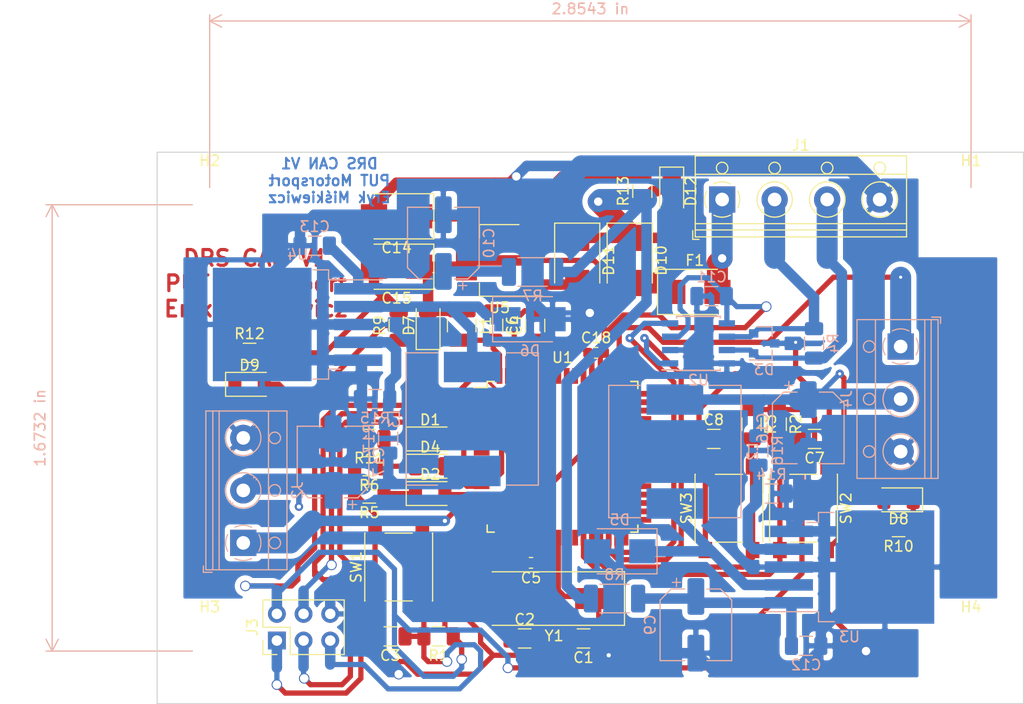
<source format=kicad_pcb>
(kicad_pcb (version 20171130) (host pcbnew "(5.1.0)-1")
  (layers (0 F.Cu signal) (31 B.Cu signal) (34 B.Paste user) (35 F.Paste user) (36 B.SilkS user) (37 F.SilkS user) (38 B.Mask user) (39 F.Mask user) (44 Edge.Cuts user))
  (net 0 "")
  (net 1 GND)
  (net 2 "Net-(C1-Pad1)")
  (net 3 "Net-(C2-Pad1)")
  (net 4 "Net-(C4-Pad1)")
  (net 5 +5V)
  (net 6 /Button1)
  (net 7 /Button2)
  (net 8 +12P)
  (net 9 "Net-(D8-Pad1)")
  (net 10 +12V)
  (net 11 /PWM1)
  (net 12 /PWM2)
  (net 13 /MOSI)
  (net 14 /RESET)
  (net 15 /SCK)
  (net 16 /MISO)
  (net 17 "Net-(D1-Pad1)")
  (net 18 /CANH)
  (net 19 /CANL)
  (net 20 /TXCAN)
  (net 21 /RXCAN)
  (net 22 "Net-(C6-Pad2)")
  (net 23 +5VP)
  (net 24 +5VL)
  (net 25 /LED1)
  (net 26 /LED3)
  (net 27 "Net-(D2-Pad1)")
  (net 28 /LED2)
  (net 29 "Net-(D4-Pad1)")
  (net 30 "Net-(D7-Pad1)")
  (net 31 "Net-(D9-Pad1)")
  (net 32 "Net-(D10-Pad2)")
  (net 33 "Net-(D12-Pad1)")
  (net 34 /Zasilanie/12P)
  (net 35 /Zasilanie/12L)
  (net 36 /Zasilanie/5PU)
  (net 37 /Zasilanie/5LU)
  (net 38 "Net-(R14-Pad2)")
  (net 39 "Net-(R15-Pad2)")
  (module Capacitor_SMD:CP_Elec_6.3x7.7 (layer B.Cu) (at 121.25 59.65 90)
    (fp_text reference C10 (at 0 4.35 90) (layer B.SilkS) (effects (justify mirror)))
    (fp_text value 100u)
    (pad 1 smd roundrect (at -2.7 0 90) (size 3.5 1.6) (layers B.Cu B.Paste B.Mask) (roundrect_rratio 0.15625) (net 35 /Zasilanie/12L))
    (pad 2 smd roundrect (at 2.7 0 90) (size 3.5 1.6) (layers B.Cu B.Paste B.Mask) (roundrect_rratio 0.15625) (net 1 GND))
  )
  (module Button_Switch_SMD:SW_SPST_PTS645 (layer F.Cu) (at 148.45 84.9 90)
    (fp_text reference SW3 (at 0 -4.05 90) (layer F.SilkS))
    (fp_text value SW_Push)
    (pad 2 smd rect (at 3.98 2.25 90) (size 1.55 1.3) (layers F.Cu F.Paste F.Mask) (net 7 /Button2))
    (pad 1 smd rect (at 3.98 -2.25 90) (size 1.55 1.3) (layers F.Cu F.Paste F.Mask) (net 1 GND))
    (pad 1 smd rect (at -3.98 -2.25 90) (size 1.55 1.3) (layers F.Cu F.Paste F.Mask) (net 1 GND))
    (pad 2 smd rect (at -3.98 2.25 90) (size 1.55 1.3) (layers F.Cu F.Paste F.Mask) (net 7 /Button2))
  )
  (module Capacitor_SMD:C_1206_3216Metric (layer F.Cu) (at 134.6 97.3 180)
    (fp_text reference C1 (at 0 -1.82 180) (layer F.SilkS))
    (fp_text value 22p)
    (pad 1 smd roundrect (at -1.4 0 180) (size 1.25 1.75) (layers F.Cu F.Paste F.Mask) (roundrect_rratio 0.2) (net 2 "Net-(C1-Pad1)"))
    (pad 2 smd roundrect (at 1.4 0 180) (size 1.25 1.75) (layers F.Cu F.Paste F.Mask) (roundrect_rratio 0.2) (net 1 GND))
  )
  (module Capacitor_SMD:C_1206_3216Metric (layer F.Cu) (at 129 97.3)
    (fp_text reference C2 (at 0 -1.82) (layer F.SilkS))
    (fp_text value 22p)
    (pad 2 smd roundrect (at 1.4 0) (size 1.25 1.75) (layers F.Cu F.Paste F.Mask) (roundrect_rratio 0.2) (net 1 GND))
    (pad 1 smd roundrect (at -1.4 0) (size 1.25 1.75) (layers F.Cu F.Paste F.Mask) (roundrect_rratio 0.2) (net 3 "Net-(C2-Pad1)"))
  )
  (module Capacitor_SMD:C_1206_3216Metric (layer F.Cu) (at 116.2 97.1 180)
    (fp_text reference C3 (at 0 -1.82 180) (layer F.SilkS))
    (fp_text value 100n)
    (pad 1 smd roundrect (at -1.4 0 180) (size 1.25 1.75) (layers F.Cu F.Paste F.Mask) (roundrect_rratio 0.2) (net 14 /RESET))
    (pad 2 smd roundrect (at 1.4 0 180) (size 1.25 1.75) (layers F.Cu F.Paste F.Mask) (roundrect_rratio 0.2) (net 1 GND))
  )
  (module Capacitor_SMD:C_1206_3216Metric (layer F.Cu) (at 130 67.5 90)
    (fp_text reference C4 (at 0 -1.82 90) (layer F.SilkS))
    (fp_text value 100n)
    (pad 2 smd roundrect (at 1.4 0 90) (size 1.25 1.75) (layers F.Cu F.Paste F.Mask) (roundrect_rratio 0.2) (net 1 GND))
    (pad 1 smd roundrect (at -1.4 0 90) (size 1.25 1.75) (layers F.Cu F.Paste F.Mask) (roundrect_rratio 0.2) (net 4 "Net-(C4-Pad1)"))
  )
  (module Capacitor_SMD:C_1206_3216Metric (layer F.Cu) (at 126 67.5 270)
    (fp_text reference C6 (at 0 -1.82 270) (layer F.SilkS))
    (fp_text value 100n)
    (pad 1 smd roundrect (at -1.4 0 270) (size 1.25 1.75) (layers F.Cu F.Paste F.Mask) (roundrect_rratio 0.2) (net 1 GND))
    (pad 2 smd roundrect (at 1.4 0 270) (size 1.25 1.75) (layers F.Cu F.Paste F.Mask) (roundrect_rratio 0.2) (net 22 "Net-(C6-Pad2)"))
  )
  (module Capacitor_SMD:C_1206_3216Metric (layer F.Cu) (at 156.6 78.3 180)
    (fp_text reference C7 (at 0 -1.82 180) (layer F.SilkS))
    (fp_text value 100n)
    (pad 2 smd roundrect (at 1.4 0 180) (size 1.25 1.75) (layers F.Cu F.Paste F.Mask) (roundrect_rratio 0.2) (net 6 /Button1))
    (pad 1 smd roundrect (at -1.4 0 180) (size 1.25 1.75) (layers F.Cu F.Paste F.Mask) (roundrect_rratio 0.2) (net 1 GND))
  )
  (module Capacitor_SMD:C_1206_3216Metric (layer F.Cu) (at 147 78.3)
    (fp_text reference C8 (at 0 -1.82) (layer F.SilkS))
    (fp_text value 100n)
    (pad 2 smd roundrect (at 1.4 0) (size 1.25 1.75) (layers F.Cu F.Paste F.Mask) (roundrect_rratio 0.2) (net 7 /Button2))
    (pad 1 smd roundrect (at -1.4 0) (size 1.25 1.75) (layers F.Cu F.Paste F.Mask) (roundrect_rratio 0.2) (net 1 GND))
  )
  (module Capacitor_SMD:CP_Elec_6.3x7.7 (layer B.Cu) (at 145.3 96 270)
    (fp_text reference C9 (at 0 4.35 270) (layer B.SilkS) (effects (justify mirror)))
    (fp_text value 100u)
    (pad 1 smd roundrect (at -2.7 0 270) (size 3.5 1.6) (layers B.Cu B.Paste B.Mask) (roundrect_rratio 0.15625) (net 34 /Zasilanie/12P))
    (pad 2 smd roundrect (at 2.7 0 270) (size 3.5 1.6) (layers B.Cu B.Paste B.Mask) (roundrect_rratio 0.15625) (net 1 GND))
  )
  (module Capacitor_SMD:C_1206_3216Metric (layer B.Cu) (at 146.8 64.7 180)
    (fp_text reference C11 (at 0 1.82 180) (layer B.SilkS) (effects (justify mirror)))
    (fp_text value 100n)
    (pad 1 smd roundrect (at -1.4 0 180) (size 1.25 1.75) (layers B.Cu B.Paste B.Mask) (roundrect_rratio 0.2) (net 5 +5V))
    (pad 2 smd roundrect (at 1.4 0 180) (size 1.25 1.75) (layers B.Cu B.Paste B.Mask) (roundrect_rratio 0.2) (net 1 GND))
  )
  (module Capacitor_SMD:C_1206_3216Metric (layer B.Cu) (at 155.8 98)
    (fp_text reference C12 (at 0 1.82) (layer B.SilkS) (effects (justify mirror)))
    (fp_text value 100n)
    (pad 1 smd roundrect (at -1.4 0) (size 1.25 1.75) (layers B.Cu B.Paste B.Mask) (roundrect_rratio 0.2) (net 34 /Zasilanie/12P))
    (pad 2 smd roundrect (at 1.4 0) (size 1.25 1.75) (layers B.Cu B.Paste B.Mask) (roundrect_rratio 0.2) (net 1 GND))
  )
  (module Capacitor_SMD:C_1206_3216Metric (layer B.Cu) (at 109 59.9 180)
    (fp_text reference C13 (at 0 1.82 180) (layer B.SilkS) (effects (justify mirror)))
    (fp_text value 100n)
    (pad 2 smd roundrect (at 1.4 0 180) (size 1.25 1.75) (layers B.Cu B.Paste B.Mask) (roundrect_rratio 0.2) (net 1 GND))
    (pad 1 smd roundrect (at -1.4 0 180) (size 1.25 1.75) (layers B.Cu B.Paste B.Mask) (roundrect_rratio 0.2) (net 35 /Zasilanie/12L))
  )
  (module Diode_SMD:D_SMB (layer F.Cu) (at 116.8 57.1 180)
    (fp_text reference C14 (at 0 -3 180) (layer F.SilkS))
    (fp_text value CP)
    (pad 2 smd rect (at 2.15 0 180) (size 2.5 2.3) (layers F.Cu F.Paste F.Mask) (net 1 GND))
    (pad 1 smd rect (at -2.15 0 180) (size 2.5 2.3) (layers F.Cu F.Paste F.Mask) (net 10 +12V))
  )
  (module Diode_SMD:D_SMB (layer F.Cu) (at 116.8 61.9 180)
    (fp_text reference C15 (at 0 -3 180) (layer F.SilkS))
    (fp_text value CP)
    (pad 2 smd rect (at 2.15 0 180) (size 2.5 2.3) (layers F.Cu F.Paste F.Mask) (net 1 GND))
    (pad 1 smd rect (at -2.15 0 180) (size 2.5 2.3) (layers F.Cu F.Paste F.Mask) (net 5 +5V))
  )
  (module Capacitor_SMD:CP_Elec_6.3x7.7 (layer B.Cu) (at 156 77.25 270)
    (fp_text reference C16 (at 0 4.35 270) (layer B.SilkS) (effects (justify mirror)))
    (fp_text value 220u)
    (pad 2 smd roundrect (at 2.7 0 270) (size 3.5 1.6) (layers B.Cu B.Paste B.Mask) (roundrect_rratio 0.15625) (net 1 GND))
    (pad 1 smd roundrect (at -2.7 0 270) (size 3.5 1.6) (layers B.Cu B.Paste B.Mask) (roundrect_rratio 0.15625) (net 23 +5VP))
  )
  (module Capacitor_SMD:CP_Elec_6.3x7.7 (layer B.Cu) (at 110.75 80.5 90)
    (fp_text reference C17 (at 0 4.35 90) (layer B.SilkS) (effects (justify mirror)))
    (fp_text value 220u)
    (pad 2 smd roundrect (at 2.7 0 90) (size 3.5 1.6) (layers B.Cu B.Paste B.Mask) (roundrect_rratio 0.15625) (net 1 GND))
    (pad 1 smd roundrect (at -2.7 0 90) (size 3.5 1.6) (layers B.Cu B.Paste B.Mask) (roundrect_rratio 0.15625) (net 24 +5VL))
  )
  (module LED_SMD:LED_1206_3216Metric (layer F.Cu) (at 120 78.3)
    (fp_text reference D1 (at 0 -1.82) (layer F.SilkS))
    (fp_text value LED)
    (pad 1 smd roundrect (at -1.4 0) (size 1.25 1.75) (layers F.Cu F.Paste F.Mask) (roundrect_rratio 0.2) (net 17 "Net-(D1-Pad1)"))
    (pad 2 smd roundrect (at 1.4 0) (size 1.25 1.75) (layers F.Cu F.Paste F.Mask) (roundrect_rratio 0.2) (net 25 /LED1))
  )
  (module LED_SMD:LED_1206_3216Metric (layer F.Cu) (at 120 83.5)
    (fp_text reference D2 (at 0 -1.82) (layer F.SilkS))
    (fp_text value LED)
    (pad 2 smd roundrect (at 1.4 0) (size 1.25 1.75) (layers F.Cu F.Paste F.Mask) (roundrect_rratio 0.2) (net 26 /LED3))
    (pad 1 smd roundrect (at -1.4 0) (size 1.25 1.75) (layers F.Cu F.Paste F.Mask) (roundrect_rratio 0.2) (net 27 "Net-(D2-Pad1)"))
  )
  (module Package_TO_SOT_SMD:SOT-23 (layer B.Cu) (at 151.8 69.2)
    (fp_text reference D3 (at 0 2.5) (layer B.SilkS) (effects (justify mirror)))
    (fp_text value D_TVS_x2_AAC)
    (pad 1 smd rect (at -1 0.95) (size 0.9 0.8) (layers B.Cu B.Paste B.Mask) (net 18 /CANH))
    (pad 2 smd rect (at -1 -0.95) (size 0.9 0.8) (layers B.Cu B.Paste B.Mask) (net 19 /CANL))
    (pad 3 smd rect (at 1 0) (size 0.9 0.8) (layers B.Cu B.Paste B.Mask) (net 1 GND))
  )
  (module LED_SMD:LED_1206_3216Metric (layer F.Cu) (at 120 80.9)
    (fp_text reference D4 (at 0 -1.82) (layer F.SilkS))
    (fp_text value LED)
    (pad 1 smd roundrect (at -1.4 0) (size 1.25 1.75) (layers F.Cu F.Paste F.Mask) (roundrect_rratio 0.2) (net 29 "Net-(D4-Pad1)"))
    (pad 2 smd roundrect (at 1.4 0) (size 1.25 1.75) (layers F.Cu F.Paste F.Mask) (roundrect_rratio 0.2) (net 28 /LED2))
  )
  (module Diode_SMD:D_SMB (layer B.Cu) (at 138.05 89 180)
    (fp_text reference D5 (at 0 3 180) (layer B.SilkS) (effects (justify mirror)))
    (fp_text value D_Schottky)
    (pad 1 smd rect (at -2.15 0 180) (size 2.5 2.3) (layers B.Cu B.Paste B.Mask) (net 36 /Zasilanie/5PU))
    (pad 2 smd rect (at 2.15 0 180) (size 2.5 2.3) (layers B.Cu B.Paste B.Mask) (net 1 GND))
  )
  (module Diode_SMD:D_SMB (layer B.Cu) (at 129.5 66.9)
    (fp_text reference D6 (at 0 3) (layer B.SilkS) (effects (justify mirror)))
    (fp_text value D_Schottky)
    (pad 1 smd rect (at -2.15 0) (size 2.5 2.3) (layers B.Cu B.Paste B.Mask) (net 37 /Zasilanie/5LU))
    (pad 2 smd rect (at 2.15 0) (size 2.5 2.3) (layers B.Cu B.Paste B.Mask) (net 1 GND))
  )
  (module LED_SMD:LED_1206_3216Metric (layer F.Cu) (at 119.8 67.5 90)
    (fp_text reference D7 (at 0 -1.82 90) (layer F.SilkS))
    (fp_text value LED)
    (pad 2 smd roundrect (at 1.4 0 90) (size 1.25 1.75) (layers F.Cu F.Paste F.Mask) (roundrect_rratio 0.2) (net 5 +5V))
    (pad 1 smd roundrect (at -1.4 0 90) (size 1.25 1.75) (layers F.Cu F.Paste F.Mask) (roundrect_rratio 0.2) (net 30 "Net-(D7-Pad1)"))
  )
  (module LED_SMD:LED_1206_3216Metric (layer F.Cu) (at 164.6 84.1 180)
    (fp_text reference D8 (at 0 -1.82 180) (layer F.SilkS))
    (fp_text value LED)
    (pad 1 smd roundrect (at -1.4 0 180) (size 1.25 1.75) (layers F.Cu F.Paste F.Mask) (roundrect_rratio 0.2) (net 9 "Net-(D8-Pad1)"))
    (pad 2 smd roundrect (at 1.4 0 180) (size 1.25 1.75) (layers F.Cu F.Paste F.Mask) (roundrect_rratio 0.2) (net 23 +5VP))
  )
  (module LED_SMD:LED_1206_3216Metric (layer F.Cu) (at 102.8 73.1)
    (fp_text reference D9 (at 0 -1.82) (layer F.SilkS))
    (fp_text value LED)
    (pad 2 smd roundrect (at 1.4 0) (size 1.25 1.75) (layers F.Cu F.Paste F.Mask) (roundrect_rratio 0.2) (net 24 +5VL))
    (pad 1 smd roundrect (at -1.4 0) (size 1.25 1.75) (layers F.Cu F.Paste F.Mask) (roundrect_rratio 0.2) (net 31 "Net-(D9-Pad1)"))
  )
  (module Diode_SMD:D_SMB (layer F.Cu) (at 139 61.3 270)
    (fp_text reference D10 (at 0 -3 270) (layer F.SilkS))
    (fp_text value D_Schottky)
    (pad 1 smd rect (at -2.15 0 270) (size 2.5 2.3) (layers F.Cu F.Paste F.Mask) (net 10 +12V))
    (pad 2 smd rect (at 2.15 0 270) (size 2.5 2.3) (layers F.Cu F.Paste F.Mask) (net 32 "Net-(D10-Pad2)"))
  )
  (module Diode_SMD:D_SMB (layer F.Cu) (at 134 61.3 270)
    (fp_text reference D11 (at 0 -3 270) (layer F.SilkS))
    (fp_text value D_Zener)
    (pad 2 smd rect (at 2.15 0 270) (size 2.5 2.3) (layers F.Cu F.Paste F.Mask) (net 1 GND))
    (pad 1 smd rect (at -2.15 0 270) (size 2.5 2.3) (layers F.Cu F.Paste F.Mask) (net 10 +12V))
  )
  (module LED_SMD:LED_1206_3216Metric (layer F.Cu) (at 143 54.7 270)
    (fp_text reference D12 (at 0 -1.82 270) (layer F.SilkS))
    (fp_text value LED)
    (pad 1 smd roundrect (at -1.4 0 270) (size 1.25 1.75) (layers F.Cu F.Paste F.Mask) (roundrect_rratio 0.2) (net 33 "Net-(D12-Pad1)"))
    (pad 2 smd roundrect (at 1.4 0 270) (size 1.25 1.75) (layers F.Cu F.Paste F.Mask) (roundrect_rratio 0.2) (net 10 +12V))
  )
  (module Diode_SMD:D_SMB (layer F.Cu) (at 145.2 64.3)
    (fp_text reference F1 (at 0 -3) (layer F.SilkS))
    (fp_text value Fuse)
    (pad 1 smd rect (at -2.15 0) (size 2.5 2.3) (layers F.Cu F.Paste F.Mask) (net 32 "Net-(D10-Pad2)"))
    (pad 2 smd rect (at 2.15 0) (size 2.5 2.3) (layers F.Cu F.Paste F.Mask) (net 8 +12P))
  )
  (module TerminalBlock_RND:TerminalBlock_RND_205-00014_1x04_P5.00mm_Horizontal (layer F.Cu) (at 147.8 55.5)
    (fp_text reference J1 (at 7.5 -5.16) (layer F.SilkS))
    (fp_text value Screw_Terminal_01x04)
    (pad 1 thru_hole rect (at 0 0) (size 2.5 2.5) (drill 1.3) (layers *.Cu *.Mask) (net 8 +12P))
    (pad 2 thru_hole circle (at 5 0) (size 2.5 2.5) (drill 1.3) (layers *.Cu *.Mask) (net 19 /CANL))
    (pad 3 thru_hole circle (at 10 0) (size 2.5 2.5) (drill 1.3) (layers *.Cu *.Mask) (net 18 /CANH))
    (pad 4 thru_hole circle (at 15 0) (size 2.5 2.5) (drill 1.3) (layers *.Cu *.Mask) (net 1 GND))
  )
  (module TerminalBlock_RND:TerminalBlock_RND_205-00013_1x03_P5.00mm_Horizontal (layer B.Cu) (at 102.2 88.2 90)
    (fp_text reference J2 (at 5 5.16 90) (layer B.SilkS) (effects (justify mirror)))
    (fp_text value Screw_Terminal_01x03)
    (pad 3 thru_hole circle (at 10 0 90) (size 2.5 2.5) (drill 1.3) (layers *.Cu *.Mask) (net 1 GND))
    (pad 2 thru_hole circle (at 5 0 90) (size 2.5 2.5) (drill 1.3) (layers *.Cu *.Mask) (net 24 +5VL))
    (pad 1 thru_hole rect (at 0 0 90) (size 2.5 2.5) (drill 1.3) (layers *.Cu *.Mask) (net 11 /PWM1))
  )
  (module Connector_PinHeader_2.54mm:PinHeader_2x03_P2.54mm_Vertical (layer F.Cu) (at 105.4 97.5 90)
    (fp_text reference J3 (at 1.27 -2.33 90) (layer F.SilkS))
    (fp_text value Conn_02x03_Odd_Even)
    (pad 1 thru_hole rect (at 0 0 90) (size 1.7 1.7) (drill 1) (layers *.Cu *.Mask) (net 16 /MISO))
    (pad 2 thru_hole oval (at 2.54 0 90) (size 1.7 1.7) (drill 1) (layers *.Cu *.Mask) (net 5 +5V))
    (pad 3 thru_hole oval (at 0 2.54 90) (size 1.7 1.7) (drill 1) (layers *.Cu *.Mask) (net 15 /SCK))
    (pad 4 thru_hole oval (at 2.54 2.54 90) (size 1.7 1.7) (drill 1) (layers *.Cu *.Mask) (net 13 /MOSI))
    (pad 5 thru_hole oval (at 0 5.08 90) (size 1.7 1.7) (drill 1) (layers *.Cu *.Mask) (net 14 /RESET))
    (pad 6 thru_hole oval (at 2.54 5.08 90) (size 1.7 1.7) (drill 1) (layers *.Cu *.Mask) (net 1 GND))
  )
  (module TerminalBlock_RND:TerminalBlock_RND_205-00013_1x03_P5.00mm_Horizontal (layer B.Cu) (at 164.8 69.5 270)
    (fp_text reference J4 (at 5 5.16 270) (layer B.SilkS) (effects (justify mirror)))
    (fp_text value Screw_Terminal_01x03)
    (pad 1 thru_hole rect (at 0 0 270) (size 2.5 2.5) (drill 1.3) (layers *.Cu *.Mask) (net 12 /PWM2))
    (pad 2 thru_hole circle (at 5 0 270) (size 2.5 2.5) (drill 1.3) (layers *.Cu *.Mask) (net 23 +5VP))
    (pad 3 thru_hole circle (at 10 0 270) (size 2.5 2.5) (drill 1.3) (layers *.Cu *.Mask) (net 1 GND))
  )
  (module Inductor_SMD:L_12x12mm_H8mm (layer B.Cu) (at 143.3 79.5 90)
    (fp_text reference L2 (at 0 7.4 90) (layer B.SilkS) (effects (justify mirror)))
    (fp_text value 33u)
    (pad 1 smd rect (at -4.95 0 90) (size 2.9 5.4) (layers B.Cu B.Paste B.Mask) (net 36 /Zasilanie/5PU))
    (pad 2 smd rect (at 4.95 0 90) (size 2.9 5.4) (layers B.Cu B.Paste B.Mask) (net 23 +5VP))
  )
  (module Inductor_SMD:L_12x12mm_H8mm (layer B.Cu) (at 124 76.4 270)
    (fp_text reference L3 (at 0 7.4 270) (layer B.SilkS) (effects (justify mirror)))
    (fp_text value 33u)
    (pad 2 smd rect (at 4.95 0 270) (size 2.9 5.4) (layers B.Cu B.Paste B.Mask) (net 24 +5VL))
    (pad 1 smd rect (at -4.95 0 270) (size 2.9 5.4) (layers B.Cu B.Paste B.Mask) (net 37 /Zasilanie/5LU))
  )
  (module Resistor_SMD:R_1206_3216Metric (layer F.Cu) (at 120.8 97.1 180)
    (fp_text reference R1 (at 0 -1.82 180) (layer F.SilkS))
    (fp_text value 10k)
    (pad 1 smd roundrect (at -1.4 0 180) (size 1.25 1.75) (layers F.Cu F.Paste F.Mask) (roundrect_rratio 0.2) (net 5 +5V))
    (pad 2 smd roundrect (at 1.4 0 180) (size 1.25 1.75) (layers F.Cu F.Paste F.Mask) (roundrect_rratio 0.2) (net 14 /RESET))
  )
  (module Resistor_SMD:R_1206_3216Metric (layer F.Cu) (at 153 76.9 270)
    (fp_text reference R2 (at 0 -1.82 270) (layer F.SilkS))
    (fp_text value 10k)
    (pad 2 smd roundrect (at 1.4 0 270) (size 1.25 1.75) (layers F.Cu F.Paste F.Mask) (roundrect_rratio 0.2) (net 6 /Button1))
    (pad 1 smd roundrect (at -1.4 0 270) (size 1.25 1.75) (layers F.Cu F.Paste F.Mask) (roundrect_rratio 0.2) (net 5 +5V))
  )
  (module Resistor_SMD:R_1206_3216Metric (layer F.Cu) (at 150.6 76.9 270)
    (fp_text reference R3 (at 0 -1.82 270) (layer F.SilkS))
    (fp_text value 10k)
    (pad 1 smd roundrect (at -1.4 0 270) (size 1.25 1.75) (layers F.Cu F.Paste F.Mask) (roundrect_rratio 0.2) (net 5 +5V))
    (pad 2 smd roundrect (at 1.4 0 270) (size 1.25 1.75) (layers F.Cu F.Paste F.Mask) (roundrect_rratio 0.2) (net 7 /Button2))
  )
  (module Resistor_SMD:R_1206_3216Metric (layer B.Cu) (at 156.55 69.2 90)
    (fp_text reference R4 (at 0 1.82 90) (layer B.SilkS) (effects (justify mirror)))
    (fp_text value R_Small)
    (pad 1 smd roundrect (at -1.4 0 90) (size 1.25 1.75) (layers B.Cu B.Paste B.Mask) (roundrect_rratio 0.2) (net 18 /CANH))
    (pad 2 smd roundrect (at 1.4 0 90) (size 1.25 1.75) (layers B.Cu B.Paste B.Mask) (roundrect_rratio 0.2) (net 19 /CANL))
  )
  (module Resistor_SMD:R_1206_3216Metric (layer F.Cu) (at 114.2 83.5 180)
    (fp_text reference R5 (at 0 -1.82 180) (layer F.SilkS))
    (fp_text value 330)
    (pad 1 smd roundrect (at -1.4 0 180) (size 1.25 1.75) (layers F.Cu F.Paste F.Mask) (roundrect_rratio 0.2) (net 27 "Net-(D2-Pad1)"))
    (pad 2 smd roundrect (at 1.4 0 180) (size 1.25 1.75) (layers F.Cu F.Paste F.Mask) (roundrect_rratio 0.2) (net 1 GND))
  )
  (module Resistor_SMD:R_1206_3216Metric (layer F.Cu) (at 114.2 80.9 180)
    (fp_text reference R6 (at 0 -1.82 180) (layer F.SilkS))
    (fp_text value 330)
    (pad 2 smd roundrect (at 1.4 0 180) (size 1.25 1.75) (layers F.Cu F.Paste F.Mask) (roundrect_rratio 0.2) (net 1 GND))
    (pad 1 smd roundrect (at -1.4 0 180) (size 1.25 1.75) (layers F.Cu F.Paste F.Mask) (roundrect_rratio 0.2) (net 29 "Net-(D4-Pad1)"))
  )
  (module Resistor_SMD:R_1206_3216Metric (layer F.Cu) (at 117 67.5 90)
    (fp_text reference R9 (at 0 -1.82 90) (layer F.SilkS))
    (fp_text value 330)
    (pad 2 smd roundrect (at 1.4 0 90) (size 1.25 1.75) (layers F.Cu F.Paste F.Mask) (roundrect_rratio 0.2) (net 1 GND))
    (pad 1 smd roundrect (at -1.4 0 90) (size 1.25 1.75) (layers F.Cu F.Paste F.Mask) (roundrect_rratio 0.2) (net 30 "Net-(D7-Pad1)"))
  )
  (module Resistor_SMD:R_1206_3216Metric (layer F.Cu) (at 164.6 86.7 180)
    (fp_text reference R10 (at 0 -1.82 180) (layer F.SilkS))
    (fp_text value 330)
    (pad 1 smd roundrect (at -1.4 0 180) (size 1.25 1.75) (layers F.Cu F.Paste F.Mask) (roundrect_rratio 0.2) (net 9 "Net-(D8-Pad1)"))
    (pad 2 smd roundrect (at 1.4 0 180) (size 1.25 1.75) (layers F.Cu F.Paste F.Mask) (roundrect_rratio 0.2) (net 1 GND))
  )
  (module Resistor_SMD:R_1206_3216Metric (layer F.Cu) (at 114.2 78.3 180)
    (fp_text reference R11 (at 0 -1.82 180) (layer F.SilkS))
    (fp_text value 330)
    (pad 2 smd roundrect (at 1.4 0 180) (size 1.25 1.75) (layers F.Cu F.Paste F.Mask) (roundrect_rratio 0.2) (net 1 GND))
    (pad 1 smd roundrect (at -1.4 0 180) (size 1.25 1.75) (layers F.Cu F.Paste F.Mask) (roundrect_rratio 0.2) (net 17 "Net-(D1-Pad1)"))
  )
  (module Resistor_SMD:R_1206_3216Metric (layer F.Cu) (at 102.8 70.1)
    (fp_text reference R12 (at 0 -1.82) (layer F.SilkS))
    (fp_text value 330)
    (pad 2 smd roundrect (at 1.4 0) (size 1.25 1.75) (layers F.Cu F.Paste F.Mask) (roundrect_rratio 0.2) (net 1 GND))
    (pad 1 smd roundrect (at -1.4 0) (size 1.25 1.75) (layers F.Cu F.Paste F.Mask) (roundrect_rratio 0.2) (net 31 "Net-(D9-Pad1)"))
  )
  (module Resistor_SMD:R_1206_3216Metric (layer F.Cu) (at 140.2 54.7 90)
    (fp_text reference R13 (at 0 -1.82 90) (layer F.SilkS))
    (fp_text value 2k)
    (pad 1 smd roundrect (at -1.4 0 90) (size 1.25 1.75) (layers F.Cu F.Paste F.Mask) (roundrect_rratio 0.2) (net 33 "Net-(D12-Pad1)"))
    (pad 2 smd roundrect (at 1.4 0 90) (size 1.25 1.75) (layers F.Cu F.Paste F.Mask) (roundrect_rratio 0.2) (net 1 GND))
  )
  (module Package_QFP:TQFP-64_14x14mm_P0.8mm (layer F.Cu) (at 132.6 80)
    (fp_text reference U1 (at 0 -9.45) (layer F.SilkS))
    (fp_text value AT90CAN32-16AU)
    (pad 1 smd rect (at -7.7 -6) (size 1.5 0.55) (layers F.Cu F.Paste F.Mask))
    (pad 2 smd rect (at -7.7 -5.2) (size 1.5 0.55) (layers F.Cu F.Paste F.Mask) (net 13 /MOSI))
    (pad 3 smd rect (at -7.7 -4.4) (size 1.5 0.55) (layers F.Cu F.Paste F.Mask) (net 16 /MISO))
    (pad 4 smd rect (at -7.7 -3.6) (size 1.5 0.55) (layers F.Cu F.Paste F.Mask))
    (pad 5 smd rect (at -7.7 -2.8) (size 1.5 0.55) (layers F.Cu F.Paste F.Mask))
    (pad 6 smd rect (at -7.7 -2) (size 1.5 0.55) (layers F.Cu F.Paste F.Mask))
    (pad 7 smd rect (at -7.7 -1.2) (size 1.5 0.55) (layers F.Cu F.Paste F.Mask))
    (pad 8 smd rect (at -7.7 -0.4) (size 1.5 0.55) (layers F.Cu F.Paste F.Mask))
    (pad 9 smd rect (at -7.7 0.4) (size 1.5 0.55) (layers F.Cu F.Paste F.Mask))
    (pad 10 smd rect (at -7.7 1.2) (size 1.5 0.55) (layers F.Cu F.Paste F.Mask) (net 25 /LED1))
    (pad 11 smd rect (at -7.7 2) (size 1.5 0.55) (layers F.Cu F.Paste F.Mask) (net 15 /SCK))
    (pad 12 smd rect (at -7.7 2.8) (size 1.5 0.55) (layers F.Cu F.Paste F.Mask) (net 28 /LED2))
    (pad 13 smd rect (at -7.7 3.6) (size 1.5 0.55) (layers F.Cu F.Paste F.Mask) (net 26 /LED3))
    (pad 14 smd rect (at -7.7 4.4) (size 1.5 0.55) (layers F.Cu F.Paste F.Mask))
    (pad 15 smd rect (at -7.7 5.2) (size 1.5 0.55) (layers F.Cu F.Paste F.Mask) (net 11 /PWM1))
    (pad 16 smd rect (at -7.7 6) (size 1.5 0.55) (layers F.Cu F.Paste F.Mask) (net 12 /PWM2))
    (pad 17 smd rect (at -6 7.7 90) (size 1.5 0.55) (layers F.Cu F.Paste F.Mask))
    (pad 18 smd rect (at -5.2 7.7 90) (size 1.5 0.55) (layers F.Cu F.Paste F.Mask))
    (pad 19 smd rect (at -4.4 7.7 90) (size 1.5 0.55) (layers F.Cu F.Paste F.Mask))
    (pad 20 smd rect (at -3.6 7.7 90) (size 1.5 0.55) (layers F.Cu F.Paste F.Mask) (net 14 /RESET))
    (pad 21 smd rect (at -2.8 7.7 90) (size 1.5 0.55) (layers F.Cu F.Paste F.Mask) (net 5 +5V))
    (pad 22 smd rect (at -2 7.7 90) (size 1.5 0.55) (layers F.Cu F.Paste F.Mask) (net 1 GND))
    (pad 23 smd rect (at -1.2 7.7 90) (size 1.5 0.55) (layers F.Cu F.Paste F.Mask) (net 3 "Net-(C2-Pad1)"))
    (pad 24 smd rect (at -0.4 7.7 90) (size 1.5 0.55) (layers F.Cu F.Paste F.Mask) (net 2 "Net-(C1-Pad1)"))
    (pad 25 smd rect (at 0.4 7.7 90) (size 1.5 0.55) (layers F.Cu F.Paste F.Mask))
    (pad 26 smd rect (at 1.2 7.7 90) (size 1.5 0.55) (layers F.Cu F.Paste F.Mask))
    (pad 27 smd rect (at 2 7.7 90) (size 1.5 0.55) (layers F.Cu F.Paste F.Mask) (net 6 /Button1))
    (pad 28 smd rect (at 2.8 7.7 90) (size 1.5 0.55) (layers F.Cu F.Paste F.Mask) (net 7 /Button2))
    (pad 29 smd rect (at 3.6 7.7 90) (size 1.5 0.55) (layers F.Cu F.Paste F.Mask))
    (pad 30 smd rect (at 4.4 7.7 90) (size 1.5 0.55) (layers F.Cu F.Paste F.Mask) (net 20 /TXCAN))
    (pad 31 smd rect (at 5.2 7.7 90) (size 1.5 0.55) (layers F.Cu F.Paste F.Mask) (net 21 /RXCAN))
    (pad 32 smd rect (at 6 7.7 90) (size 1.5 0.55) (layers F.Cu F.Paste F.Mask))
    (pad 33 smd rect (at 7.7 6) (size 1.5 0.55) (layers F.Cu F.Paste F.Mask))
    (pad 34 smd rect (at 7.7 5.2) (size 1.5 0.55) (layers F.Cu F.Paste F.Mask))
    (pad 35 smd rect (at 7.7 4.4) (size 1.5 0.55) (layers F.Cu F.Paste F.Mask))
    (pad 36 smd rect (at 7.7 3.6) (size 1.5 0.55) (layers F.Cu F.Paste F.Mask))
    (pad 37 smd rect (at 7.7 2.8) (size 1.5 0.55) (layers F.Cu F.Paste F.Mask))
    (pad 38 smd rect (at 7.7 2) (size 1.5 0.55) (layers F.Cu F.Paste F.Mask))
    (pad 39 smd rect (at 7.7 1.2) (size 1.5 0.55) (layers F.Cu F.Paste F.Mask))
    (pad 40 smd rect (at 7.7 0.4) (size 1.5 0.55) (layers F.Cu F.Paste F.Mask))
    (pad 41 smd rect (at 7.7 -0.4) (size 1.5 0.55) (layers F.Cu F.Paste F.Mask))
    (pad 42 smd rect (at 7.7 -1.2) (size 1.5 0.55) (layers F.Cu F.Paste F.Mask))
    (pad 43 smd rect (at 7.7 -2) (size 1.5 0.55) (layers F.Cu F.Paste F.Mask))
    (pad 44 smd rect (at 7.7 -2.8) (size 1.5 0.55) (layers F.Cu F.Paste F.Mask))
    (pad 45 smd rect (at 7.7 -3.6) (size 1.5 0.55) (layers F.Cu F.Paste F.Mask))
    (pad 46 smd rect (at 7.7 -4.4) (size 1.5 0.55) (layers F.Cu F.Paste F.Mask))
    (pad 47 smd rect (at 7.7 -5.2) (size 1.5 0.55) (layers F.Cu F.Paste F.Mask))
    (pad 48 smd rect (at 7.7 -6) (size 1.5 0.55) (layers F.Cu F.Paste F.Mask))
    (pad 49 smd rect (at 6 -7.7 90) (size 1.5 0.55) (layers F.Cu F.Paste F.Mask))
    (pad 50 smd rect (at 5.2 -7.7 90) (size 1.5 0.55) (layers F.Cu F.Paste F.Mask))
    (pad 51 smd rect (at 4.4 -7.7 90) (size 1.5 0.55) (layers F.Cu F.Paste F.Mask))
    (pad 52 smd rect (at 3.6 -7.7 90) (size 1.5 0.55) (layers F.Cu F.Paste F.Mask) (net 5 +5V))
    (pad 53 smd rect (at 2.8 -7.7 90) (size 1.5 0.55) (layers F.Cu F.Paste F.Mask) (net 1 GND))
    (pad 54 smd rect (at 2 -7.7 90) (size 1.5 0.55) (layers F.Cu F.Paste F.Mask))
    (pad 55 smd rect (at 1.2 -7.7 90) (size 1.5 0.55) (layers F.Cu F.Paste F.Mask))
    (pad 56 smd rect (at 0.4 -7.7 90) (size 1.5 0.55) (layers F.Cu F.Paste F.Mask))
    (pad 57 smd rect (at -0.4 -7.7 90) (size 1.5 0.55) (layers F.Cu F.Paste F.Mask))
    (pad 58 smd rect (at -1.2 -7.7 90) (size 1.5 0.55) (layers F.Cu F.Paste F.Mask))
    (pad 59 smd rect (at -2 -7.7 90) (size 1.5 0.55) (layers F.Cu F.Paste F.Mask))
    (pad 60 smd rect (at -2.8 -7.7 90) (size 1.5 0.55) (layers F.Cu F.Paste F.Mask))
    (pad 61 smd rect (at -3.6 -7.7 90) (size 1.5 0.55) (layers F.Cu F.Paste F.Mask))
    (pad 62 smd rect (at -4.4 -7.7 90) (size 1.5 0.55) (layers F.Cu F.Paste F.Mask) (net 4 "Net-(C4-Pad1)"))
    (pad 63 smd rect (at -5.2 -7.7 90) (size 1.5 0.55) (layers F.Cu F.Paste F.Mask) (net 1 GND))
    (pad 64 smd rect (at -6 -7.7 90) (size 1.5 0.55) (layers F.Cu F.Paste F.Mask) (net 22 "Net-(C6-Pad2)"))
  )
  (module Package_SO:SOIC-8_3.9x4.9mm_P1.27mm (layer B.Cu) (at 145.55 69.2)
    (fp_text reference U2 (at 0 3.5) (layer B.SilkS) (effects (justify mirror)))
    (fp_text value MCP2562-E-SN)
    (pad 1 smd rect (at -2.7 1.905) (size 1.55 0.6) (layers B.Cu B.Paste B.Mask) (net 20 /TXCAN))
    (pad 2 smd rect (at -2.7 0.635) (size 1.55 0.6) (layers B.Cu B.Paste B.Mask) (net 1 GND))
    (pad 3 smd rect (at -2.7 -0.635) (size 1.55 0.6) (layers B.Cu B.Paste B.Mask) (net 5 +5V))
    (pad 4 smd rect (at -2.7 -1.905) (size 1.55 0.6) (layers B.Cu B.Paste B.Mask) (net 21 /RXCAN))
    (pad 5 smd rect (at 2.7 -1.905) (size 1.55 0.6) (layers B.Cu B.Paste B.Mask) (net 5 +5V))
    (pad 6 smd rect (at 2.7 -0.635) (size 1.55 0.6) (layers B.Cu B.Paste B.Mask) (net 19 /CANL))
    (pad 7 smd rect (at 2.7 0.635) (size 1.55 0.6) (layers B.Cu B.Paste B.Mask) (net 18 /CANH))
    (pad 8 smd rect (at 2.7 1.905) (size 1.55 0.6) (layers B.Cu B.Paste B.Mask) (net 1 GND))
  )
  (module Package_TO_SOT_SMD:TO-263-5_TabPin3 (layer B.Cu) (at 159.925 90.5)
    (fp_text reference U3 (at 0 6.65) (layer B.SilkS) (effects (justify mirror)))
    (fp_text value AP1501-K5G-13)
    (pad 3 smd rect (at 3.375 0) (size 9.4 10.8) (layers B.Cu B.Mask) (net 1 GND))
    (pad 5 smd rect (at -5.775 -3.4) (size 4.6 1.1) (layers B.Cu B.Paste B.Mask) (net 1 GND))
    (pad 4 smd rect (at -5.775 -1.7) (size 4.6 1.1) (layers B.Cu B.Paste B.Mask) (net 38 "Net-(R14-Pad2)"))
    (pad 3 smd rect (at -5.775 0) (size 4.6 1.1) (layers B.Cu B.Paste B.Mask) (net 1 GND))
    (pad 2 smd rect (at -5.775 1.7) (size 4.6 1.1) (layers B.Cu B.Paste B.Mask) (net 36 /Zasilanie/5PU))
    (pad 1 smd rect (at -5.775 3.4) (size 4.6 1.1) (layers B.Cu B.Paste B.Mask) (net 34 /Zasilanie/12P))
  )
  (module Package_TO_SOT_SMD:TO-263-5_TabPin3 (layer B.Cu) (at 107.375 67.4 180)
    (fp_text reference U4 (at 0 6.65 180) (layer B.SilkS) (effects (justify mirror)))
    (fp_text value AP1501-K5G-13)
    (pad 1 smd rect (at -5.775 3.4 180) (size 4.6 1.1) (layers B.Cu B.Paste B.Mask) (net 35 /Zasilanie/12L))
    (pad 2 smd rect (at -5.775 1.7 180) (size 4.6 1.1) (layers B.Cu B.Paste B.Mask) (net 37 /Zasilanie/5LU))
    (pad 3 smd rect (at -5.775 0 180) (size 4.6 1.1) (layers B.Cu B.Paste B.Mask) (net 1 GND))
    (pad 4 smd rect (at -5.775 -1.7 180) (size 4.6 1.1) (layers B.Cu B.Paste B.Mask) (net 39 "Net-(R15-Pad2)"))
    (pad 5 smd rect (at -5.775 -3.4 180) (size 4.6 1.1) (layers B.Cu B.Paste B.Mask) (net 1 GND))
    (pad 3 smd rect (at 3.375 0 180) (size 9.4 10.8) (layers B.Cu B.Mask) (net 1 GND))
  )
  (module Package_TO_SOT_SMD:SOT-223-3_TabPin2 (layer F.Cu) (at 126.6 61.3 180)
    (fp_text reference U5 (at 0 -4.5 180) (layer F.SilkS))
    (fp_text value LM1117-5.0)
    (pad 2 smd rect (at 3.15 0 180) (size 2 3.8) (layers F.Cu F.Paste F.Mask) (net 5 +5V))
    (pad 2 smd rect (at -3.15 0 180) (size 2 1.5) (layers F.Cu F.Paste F.Mask) (net 5 +5V))
    (pad 3 smd rect (at -3.15 2.3 180) (size 2 1.5) (layers F.Cu F.Paste F.Mask) (net 10 +12V))
    (pad 1 smd rect (at -3.15 -2.3 180) (size 2 1.5) (layers F.Cu F.Paste F.Mask) (net 1 GND))
  )
  (module Crystal:Crystal_SMD_HC49-SD (layer F.Cu) (at 131.8 93.5 180)
    (fp_text reference Y1 (at 0 -3.55 180) (layer F.SilkS))
    (fp_text value Crystal)
    (pad 1 smd rect (at -4.25 0 180) (size 4.5 2) (layers F.Cu F.Paste F.Mask) (net 2 "Net-(C1-Pad1)"))
    (pad 2 smd rect (at 4.25 0 180) (size 4.5 2) (layers F.Cu F.Paste F.Mask) (net 3 "Net-(C2-Pad1)"))
  )
  (module Inductor_SMD:L_1210_3225Metric (layer F.Cu) (at 123 67.5 270)
    (fp_text reference L1 (at 0 -2.28 270) (layer F.SilkS))
    (fp_text value 10u)
    (pad 1 smd roundrect (at -1.4 0 270) (size 1.25 2.65) (layers F.Cu F.Paste F.Mask) (roundrect_rratio 0.2) (net 5 +5V))
    (pad 2 smd roundrect (at 1.4 0 270) (size 1.25 2.65) (layers F.Cu F.Paste F.Mask) (roundrect_rratio 0.2) (net 22 "Net-(C6-Pad2)"))
  )
  (module Resistor_SMD:R_2010_5025Metric (layer B.Cu) (at 129.75 62.4)
    (fp_text reference R7 (at 0 2.28) (layer B.SilkS) (effects (justify mirror)))
    (fp_text value 0R)
    (pad 1 smd roundrect (at -2.25 0) (size 1.35 2.65) (layers B.Cu B.Paste B.Mask) (roundrect_rratio 0.185185) (net 35 /Zasilanie/12L))
    (pad 2 smd roundrect (at 2.25 0) (size 1.35 2.65) (layers B.Cu B.Paste B.Mask) (roundrect_rratio 0.185185) (net 10 +12V))
  )
  (module Resistor_SMD:R_2010_5025Metric (layer B.Cu) (at 137.55 93.5 180)
    (fp_text reference R8 (at 0 2.28 180) (layer B.SilkS) (effects (justify mirror)))
    (fp_text value 0R)
    (pad 2 smd roundrect (at 2.25 0 180) (size 1.35 2.65) (layers B.Cu B.Paste B.Mask) (roundrect_rratio 0.185185) (net 10 +12V))
    (pad 1 smd roundrect (at -2.25 0 180) (size 1.35 2.65) (layers B.Cu B.Paste B.Mask) (roundrect_rratio 0.185185) (net 34 /Zasilanie/12P))
  )
  (module Button_Switch_SMD:SW_SPST_PTS645 (layer F.Cu) (at 117 90.5 90)
    (fp_text reference SW1 (at 0 -4.05 90) (layer F.SilkS))
    (fp_text value SW_Push)
    (pad 2 smd rect (at -3.98 2.25 90) (size 1.55 1.3) (layers F.Cu F.Paste F.Mask) (net 14 /RESET))
    (pad 1 smd rect (at -3.98 -2.25 90) (size 1.55 1.3) (layers F.Cu F.Paste F.Mask) (net 1 GND))
    (pad 1 smd rect (at 3.98 -2.25 90) (size 1.55 1.3) (layers F.Cu F.Paste F.Mask) (net 1 GND))
    (pad 2 smd rect (at 3.98 2.25 90) (size 1.55 1.3) (layers F.Cu F.Paste F.Mask) (net 14 /RESET))
  )
  (module Button_Switch_SMD:SW_SPST_PTS645 (layer F.Cu) (at 155.55 84.9 270)
    (fp_text reference SW2 (at 0 -4.05 270) (layer F.SilkS))
    (fp_text value SW_Push)
    (pad 2 smd rect (at -3.98 2.25 270) (size 1.55 1.3) (layers F.Cu F.Paste F.Mask) (net 6 /Button1))
    (pad 1 smd rect (at -3.98 -2.25 270) (size 1.55 1.3) (layers F.Cu F.Paste F.Mask) (net 1 GND))
    (pad 1 smd rect (at 3.98 -2.25 270) (size 1.55 1.3) (layers F.Cu F.Paste F.Mask) (net 1 GND))
    (pad 2 smd rect (at 3.98 2.25 270) (size 1.55 1.3) (layers F.Cu F.Paste F.Mask) (net 6 /Button1))
  )
  (module Capacitor_SMD:C_0603_1608Metric (layer F.Cu) (at 129.6 90.1 180)
    (fp_text reference C5 (at 0 -1.43 180) (layer F.SilkS))
    (fp_text value 100n)
    (pad 1 smd roundrect (at -0.7875 0 180) (size 0.875 0.95) (layers F.Cu F.Paste F.Mask) (net 1 GND))
    (pad 2 smd roundrect (at 0.7875 0 180) (size 0.875 0.95) (layers F.Cu F.Paste F.Mask) (net 5 +5V))
  )
  (module Capacitor_SMD:C_0603_1608Metric (layer F.Cu) (at 135.8 70.1)
    (fp_text reference C18 (at 0 -1.43) (layer F.SilkS))
    (fp_text value 100n)
    (pad 1 smd roundrect (at -0.7875 0) (size 0.875 0.95) (layers F.Cu F.Paste F.Mask) (net 1 GND))
    (pad 2 smd roundrect (at 0.7875 0) (size 0.875 0.95) (layers F.Cu F.Paste F.Mask) (net 5 +5V))
  )
  (module MountingHole:MountingHole_3.2mm_M3 (layer F.Cu) (at 171.5 56)
    (fp_text reference H1 (at 0 -4.2) (layer F.SilkS))
    (fp_text value MountingHole)
    (pad 1 np_thru_hole circle (at 0 0) (size 3.2 3.2) (drill 3.2) (layers *.Cu *.Mask))
  )
  (module MountingHole:MountingHole_3.2mm_M3 (layer F.Cu) (at 99 56)
    (fp_text reference H2 (at 0 -4.2) (layer F.SilkS))
    (fp_text value MountingHole)
    (pad 1 np_thru_hole circle (at 0 0) (size 3.2 3.2) (drill 3.2) (layers *.Cu *.Mask))
  )
  (module MountingHole:MountingHole_3.2mm_M3 (layer F.Cu) (at 99 98.5)
    (fp_text reference H3 (at 0 -4.2) (layer F.SilkS))
    (fp_text value MountingHole)
    (pad 1 np_thru_hole circle (at 0 0) (size 3.2 3.2) (drill 3.2) (layers *.Cu *.Mask))
  )
  (module MountingHole:MountingHole_3.2mm_M3 (layer F.Cu) (at 171.5 98.5)
    (fp_text reference H4 (at 0 -4.2) (layer F.SilkS))
    (fp_text value MountingHole)
    (pad 1 np_thru_hole circle (at 0 0) (size 3.2 3.2) (drill 3.2) (layers *.Cu *.Mask))
  )
  (module Resistor_SMD:R_1206_3216Metric (layer B.Cu) (at 152.5 83.5 180)
    (fp_text reference R14 (at 0 1.82 180) (layer B.SilkS) (effects (justify mirror)))
    (fp_text value 0R)
    (pad 2 smd roundrect (at 1.4 0 180) (size 1.25 1.75) (layers B.Cu B.Paste B.Mask) (roundrect_rratio 0.2) (net 38 "Net-(R14-Pad2)"))
    (pad 1 smd roundrect (at -1.4 0 180) (size 1.25 1.75) (layers B.Cu B.Paste B.Mask) (roundrect_rratio 0.2) (net 1 GND))
  )
  (module Resistor_SMD:R_1206_3216Metric (layer B.Cu) (at 114.75 74.5)
    (fp_text reference R15 (at 0 1.82) (layer B.SilkS) (effects (justify mirror)))
    (fp_text value 0R)
    (pad 2 smd roundrect (at 1.4 0) (size 1.25 1.75) (layers B.Cu B.Paste B.Mask) (roundrect_rratio 0.2) (net 39 "Net-(R15-Pad2)"))
    (pad 1 smd roundrect (at -1.4 0) (size 1.25 1.75) (layers B.Cu B.Paste B.Mask) (roundrect_rratio 0.2) (net 1 GND))
  )
  (module Resistor_SMD:R_1206_3216Metric (layer B.Cu) (at 151.25 79.4 90)
    (fp_text reference R16 (at 0 1.82 90) (layer B.SilkS) (effects (justify mirror)))
    (fp_text value 0R)
    (pad 1 smd roundrect (at -1.4 0 90) (size 1.25 1.75) (layers B.Cu B.Paste B.Mask) (roundrect_rratio 0.2) (net 38 "Net-(R14-Pad2)"))
    (pad 2 smd roundrect (at 1.4 0 90) (size 1.25 1.75) (layers B.Cu B.Paste B.Mask) (roundrect_rratio 0.2) (net 23 +5VP))
  )
  (module Resistor_SMD:R_1206_3216Metric (layer B.Cu) (at 116 78.25 270)
    (fp_text reference R17 (at 0 1.82 270) (layer B.SilkS) (effects (justify mirror)))
    (fp_text value 0R)
    (pad 1 smd roundrect (at -1.4 0 270) (size 1.25 1.75) (layers B.Cu B.Paste B.Mask) (roundrect_rratio 0.2) (net 39 "Net-(R15-Pad2)"))
    (pad 2 smd roundrect (at 1.4 0 270) (size 1.25 1.75) (layers B.Cu B.Paste B.Mask) (roundrect_rratio 0.2) (net 24 +5VL))
  )
  (dimension 42.5 (width 0.12) (layer B.SilkS) (gr_text "42,500 mm" (at 82.73 77.25 90) (layer B.SilkS) (effects (font (size 1 1) (thickness 0.15)))) (feature1 (pts (xy 99 56) (xy 83.413579 56))) (feature2 (pts (xy 99 98.5) (xy 83.413579 98.5))) (crossbar (pts (xy 84 98.5) (xy 84 56))) (arrow1a (pts (xy 84 56) (xy 84.586421 57.126504))) (arrow1b (pts (xy 84 56) (xy 83.413579 57.126504))) (arrow2a (pts (xy 84 98.5) (xy 84.586421 97.373496))) (arrow2b (pts (xy 84 98.5) (xy 83.413579 97.373496))))
  (dimension 72.5 (width 0.12) (layer B.SilkS) (gr_text "72,500 mm" (at 135.25 37.23) (layer B.SilkS) (effects (font (size 1 1) (thickness 0.15)))) (feature1 (pts (xy 171.5 56) (xy 171.5 37.913579))) (feature2 (pts (xy 99 56) (xy 99 37.913579))) (crossbar (pts (xy 99 38.5) (xy 171.5 38.5))) (arrow1a (pts (xy 171.5 38.5) (xy 170.373496 39.086421))) (arrow1b (pts (xy 171.5 38.5) (xy 170.373496 37.913579))) (arrow2a (pts (xy 99 38.5) (xy 100.126504 39.086421))) (arrow2b (pts (xy 99 38.5) (xy 100.126504 37.913579))))
  (gr_text "DRS CAN V1\nPUT Motorsport\nEryk Miśkiewicz" (at 110.4 53.7) (layer B.Cu) (effects (font (size 1 1) (thickness 0.2)) (justify mirror)))
  (gr_text "DRS CAN V1\nPUT Motorsport\nEryk Miśkiewicz" (at 103.4 63.5) (layer F.Cu) (effects (font (size 1.5 1.5) (thickness 0.3))))
  (gr_line (start 94 103.5) (end 176.5 103.5) (layer Edge.Cuts) (width 0.1))
  (gr_line (start 94 51) (end 94 103.5) (layer Edge.Cuts) (width 0.1))
  (gr_line (start 176.5 51) (end 94 51) (layer Edge.Cuts) (width 0.1))
  (gr_line (start 176.5 103.5) (end 176.5 51) (layer Edge.Cuts) (width 0.1))
  (segment (start 112.5 78.2) (end 113.5 77.2) (width 2) (layer B.Cu) (net 1))
  (segment (start 102.2 78.2) (end 112.5 78.2) (width 2) (layer B.Cu) (net 1))
  (segment (start 113.5 71.15) (end 113.15 70.8) (width 1) (layer B.Cu) (net 1))
  (segment (start 113.5 77.2) (end 113.5 71.15) (width 1) (layer B.Cu) (net 1))
  (segment (start 107.4 70.8) (end 104 67.4) (width 1) (layer B.Cu) (net 1))
  (segment (start 113.15 70.8) (end 107.4 70.8) (width 1) (layer B.Cu) (net 1))
  (segment (start 113.15 67.4) (end 104 67.4) (width 1) (layer B.Cu) (net 1))
  (segment (start 104 63.5) (end 107.6 59.9) (width 1) (layer B.Cu) (net 1))
  (segment (start 104 67.4) (end 104 63.5) (width 1) (layer B.Cu) (net 1))
  (segment (start 121.25 56.95) (end 108.95 56.95) (width 1) (layer B.Cu) (net 1))
  (segment (start 107.6 58.3) (end 107.6 59.9) (width 1) (layer B.Cu) (net 1))
  (segment (start 108.95 56.95) (end 107.6 58.3) (width 1) (layer B.Cu) (net 1))
  (segment (start 131.65 66.9) (end 131.5 66.9) (width 1) (layer B.Cu) (net 1))
  (segment (start 131.5 66.9) (end 129.75 65.15) (width 1) (layer B.Cu) (net 1))
  (segment (start 129.75 65.15) (end 129.75 60.15) (width 1) (layer B.Cu) (net 1))
  (segment (start 126.55 56.95) (end 121.25 56.95) (width 1) (layer B.Cu) (net 1))
  (segment (start 155.5 79.5) (end 155.05 79.95) (width 2) (layer B.Cu) (net 1))
  (segment (start 164.8 79.5) (end 155.5 79.5) (width 2) (layer B.Cu) (net 1))
  (segment (start 155.05 86.2) (end 154.15 87.1) (width 1) (layer B.Cu) (net 1))
  (segment (start 154.15 90.5) (end 163.3 90.5) (width 1) (layer B.Cu) (net 1))
  (segment (start 159.9 87.1) (end 163.3 90.5) (width 1) (layer B.Cu) (net 1))
  (segment (start 154.15 87.1) (end 159.9 87.1) (width 1) (layer B.Cu) (net 1))
  (segment (start 157.2 96.6) (end 163.3 90.5) (width 1) (layer B.Cu) (net 1))
  (segment (start 157.2 98) (end 157.2 96.6) (width 1) (layer B.Cu) (net 1))
  (segment (start 157.2 98) (end 157.2 98.35) (width 1) (layer B.Cu) (net 1))
  (segment (start 147.1 100.5) (end 145.3 98.7) (width 1) (layer B.Cu) (net 1))
  (segment (start 155.05 100.5) (end 147.1 100.5) (width 1) (layer B.Cu) (net 1))
  (segment (start 145.3 98.7) (end 140 98.7) (width 1) (layer B.Cu) (net 1))
  (segment (start 137.55 90.65) (end 135.9 89) (width 1) (layer B.Cu) (net 1))
  (segment (start 137.55 96.25) (end 137.55 90.65) (width 1) (layer B.Cu) (net 1))
  (segment (start 145.4 64.7) (end 145.4 68.85) (width 0.5) (layer B.Cu) (net 1))
  (segment (start 145.4 68.85) (end 145.4 69.55) (width 0.5) (layer B.Cu) (net 1))
  (segment (start 146.955 71.105) (end 148.25 71.105) (width 0.5) (layer B.Cu) (net 1))
  (segment (start 145.4 69.55) (end 146.955 71.105) (width 0.5) (layer B.Cu) (net 1))
  (segment (start 130.4 97.3) (end 133.2 97.3) (width 0.5) (layer F.Cu) (net 1))
  (segment (start 157.8 88.88) (end 157.8 80.92) (width 0.5) (layer F.Cu) (net 1))
  (segment (start 146.2 80.92) (end 146.2 88.88) (width 0.5) (layer F.Cu) (net 1))
  (segment (start 146.2 78.9) (end 145.6 78.3) (width 0.5) (layer F.Cu) (net 1))
  (segment (start 146.2 80.92) (end 146.2 78.9) (width 0.5) (layer F.Cu) (net 1))
  (segment (start 157.8 78.5) (end 158 78.3) (width 0.5) (layer F.Cu) (net 1))
  (segment (start 157.8 80.92) (end 157.8 78.5) (width 0.5) (layer F.Cu) (net 1))
  (segment (start 130.6 89.8875) (end 130.3875 90.1) (width 0.5) (layer F.Cu) (net 1))
  (segment (start 130.6 87.7) (end 130.6 89.8875) (width 0.5) (layer F.Cu) (net 1))
  (segment (start 127.4 72.3) (end 127.4 70.5) (width 0.5) (layer F.Cu) (net 1))
  (segment (start 127.4 70.5) (end 128 69.9) (width 0.5) (layer F.Cu) (net 1))
  (segment (start 129 66.1) (end 130 66.1) (width 0.5) (layer F.Cu) (net 1))
  (segment (start 128 67.1) (end 129 66.1) (width 0.5) (layer F.Cu) (net 1))
  (segment (start 128 69.9) (end 128 67.1) (width 0.5) (layer F.Cu) (net 1))
  (segment (start 127 66.1) (end 128 67.1) (width 0.5) (layer F.Cu) (net 1))
  (segment (start 126 66.1) (end 127 66.1) (width 0.5) (layer F.Cu) (net 1))
  (segment (start 135.4 70.4875) (end 135.0125 70.1) (width 0.5) (layer F.Cu) (net 1))
  (segment (start 135.4 72.3) (end 135.4 70.4875) (width 0.5) (layer F.Cu) (net 1))
  (segment (start 130.3875 90.5125) (end 129.4 91.5) (width 0.5) (layer F.Cu) (net 1))
  (segment (start 130.3875 90.1) (end 130.3875 90.5125) (width 0.5) (layer F.Cu) (net 1))
  (segment (start 129.4 91.5) (end 123.6 91.5) (width 0.5) (layer F.Cu) (net 1))
  (segment (start 123.6 91.5) (end 122.8 92.3) (width 0.5) (layer F.Cu) (net 1))
  (segment (start 122.8 92.3) (end 122.8 94.7) (width 0.5) (layer F.Cu) (net 1))
  (segment (start 122.8 94.7) (end 124.8 96.7) (width 0.5) (layer F.Cu) (net 1))
  (segment (start 114.8 94.53) (end 114.75 94.48) (width 0.5) (layer F.Cu) (net 1))
  (segment (start 114.8 97.1) (end 114.8 94.53) (width 0.5) (layer F.Cu) (net 1))
  (segment (start 114.75 94.48) (end 114.75 86.52) (width 0.5) (layer F.Cu) (net 1))
  (segment (start 114.75 85.45) (end 112.8 83.5) (width 0.5) (layer F.Cu) (net 1))
  (segment (start 114.75 86.52) (end 114.75 85.45) (width 0.5) (layer F.Cu) (net 1))
  (segment (start 112.8 83.5) (end 112.8 80.9) (width 0.5) (layer F.Cu) (net 1))
  (segment (start 112.8 80.9) (end 112.8 78.3) (width 0.5) (layer F.Cu) (net 1))
  (segment (start 126 98.9) (end 129.8 98.9) (width 0.5) (layer F.Cu) (net 1))
  (segment (start 130.4 98.3) (end 130.4 97.3) (width 0.5) (layer F.Cu) (net 1))
  (segment (start 129.8 98.9) (end 130.4 98.3) (width 0.5) (layer F.Cu) (net 1))
  (segment (start 130 63.85) (end 129.75 63.6) (width 1) (layer F.Cu) (net 1))
  (segment (start 130 66.1) (end 130 63.85) (width 1) (layer F.Cu) (net 1))
  (segment (start 133.85 63.6) (end 134 63.45) (width 1) (layer F.Cu) (net 1))
  (segment (start 129.75 63.6) (end 133.85 63.6) (width 1) (layer F.Cu) (net 1))
  (segment (start 114.65 61.9) (end 114.65 63.75) (width 1) (layer F.Cu) (net 1))
  (segment (start 114.65 57.1) (end 114.65 58.45) (width 1) (layer F.Cu) (net 1))
  (segment (start 114.65 58.45) (end 114.65 61.9) (width 1) (layer F.Cu) (net 1))
  (segment (start 114.65 56.05) (end 114.65 57.1) (width 1) (layer F.Cu) (net 1))
  (segment (start 116.8 53.9) (end 114.65 56.05) (width 1) (layer F.Cu) (net 1))
  (segment (start 137.55 96.25) (end 132.35 96.25) (width 1) (layer B.Cu) (net 1))
  (segment (start 132.35 96.25) (end 131 94.9) (width 1) (layer B.Cu) (net 1))
  (segment (start 131 67.55) (end 131.65 66.9) (width 1) (layer B.Cu) (net 1))
  (segment (start 131 94.9) (end 131 67.55) (width 1) (layer B.Cu) (net 1))
  (segment (start 162.8 55.5) (end 162.8 54.9) (width 2) (layer B.Cu) (net 1))
  (segment (start 162.8 54.9) (end 160.2 52.3) (width 2) (layer B.Cu) (net 1))
  (segment (start 134.4 52.3) (end 128.15 58.55) (width 2) (layer B.Cu) (net 1))
  (segment (start 160.2 52.3) (end 134.4 52.3) (width 2) (layer B.Cu) (net 1))
  (segment (start 129.75 60.15) (end 128.15 58.55) (width 1) (layer B.Cu) (net 1))
  (segment (start 128.15 58.55) (end 126.55 56.95) (width 1) (layer B.Cu) (net 1))
  (via (at 154.8 69.1) (size 0.8) (drill 0.3) (layers F.Cu B.Cu) (net 1))
  (segment (start 152.8 69.2) (end 154.7 69.2) (width 0.5) (layer B.Cu) (net 1))
  (segment (start 154.7 69.2) (end 154.8 69.1) (width 0.5) (layer B.Cu) (net 1))
  (segment (start 145.115 69.835) (end 145.4 69.55) (width 0.5) (layer B.Cu) (net 1))
  (segment (start 142.85 69.835) (end 145.115 69.835) (width 0.5) (layer B.Cu) (net 1))
  (segment (start 159.98 86.7) (end 157.8 88.88) (width 0.5) (layer F.Cu) (net 1))
  (segment (start 163.2 86.7) (end 159.98 86.7) (width 0.5) (layer F.Cu) (net 1))
  (segment (start 110 70.1) (end 115.5 64.6) (width 0.5) (layer F.Cu) (net 1))
  (segment (start 104.2 70.1) (end 110 70.1) (width 0.5) (layer F.Cu) (net 1))
  (segment (start 114.65 63.75) (end 115.5 64.6) (width 1) (layer F.Cu) (net 1))
  (segment (start 115.5 64.6) (end 117 66.1) (width 1) (layer F.Cu) (net 1))
  (via (at 128.2 53.3) (size 1) (drill 0.8) (layers F.Cu B.Cu) (net 1))
  (segment (start 127.6 53.9) (end 128.2 53.3) (width 1) (layer F.Cu) (net 1))
  (segment (start 129.2 52.3) (end 134.4 52.3) (width 1) (layer B.Cu) (net 1))
  (segment (start 128.2 53.3) (end 129.2 52.3) (width 1) (layer B.Cu) (net 1))
  (segment (start 110.48 94.96) (end 110.48 92.82) (width 1) (layer B.Cu) (net 1))
  (segment (start 110.48 92.82) (end 111.2 92.1) (width 0.5) (layer B.Cu) (net 1))
  (segment (start 111.2 92.1) (end 111.8 92.1) (width 0.5) (layer B.Cu) (net 1))
  (segment (start 111.8 92.1) (end 113.6 92.1) (width 0.5) (layer B.Cu) (net 1))
  (segment (start 113.6 92.1) (end 115 93.5) (width 0.5) (layer B.Cu) (net 1))
  (via (at 117 100.7) (size 1) (drill 0.8) (layers F.Cu B.Cu) (net 1))
  (segment (start 115 93.5) (end 115 98.7) (width 0.5) (layer B.Cu) (net 1))
  (segment (start 115 98.7) (end 117 100.7) (width 0.5) (layer B.Cu) (net 1))
  (segment (start 114.8 97.1) (end 114.8 97.9) (width 0.5) (layer F.Cu) (net 1))
  (segment (start 114.8 97.9) (end 116.4 99.5) (width 0.5) (layer F.Cu) (net 1))
  (segment (start 124.8 97.7) (end 125.6 98.5) (width 0.5) (layer F.Cu) (net 1))
  (segment (start 124.8 96.7) (end 124.8 97.7) (width 0.5) (layer F.Cu) (net 1))
  (segment (start 125.6 98.5) (end 126 98.9) (width 0.5) (layer F.Cu) (net 1))
  (segment (start 117 100.1) (end 116.4 99.5) (width 0.5) (layer F.Cu) (net 1))
  (segment (start 117 100.7) (end 117 100.1) (width 0.5) (layer F.Cu) (net 1))
  (segment (start 124.2 100.7) (end 126 98.9) (width 0.5) (layer F.Cu) (net 1))
  (segment (start 118.8 100.7) (end 124.2 100.7) (width 0.5) (layer F.Cu) (net 1))
  (segment (start 117.6 99.5) (end 118.8 100.7) (width 0.5) (layer F.Cu) (net 1))
  (segment (start 116.4 99.5) (end 117.6 99.5) (width 0.5) (layer F.Cu) (net 1))
  (segment (start 148.25 71.105) (end 145.795 71.105) (width 0.5) (layer B.Cu) (net 1))
  (segment (start 145.795 71.105) (end 144.6 72.3) (width 0.5) (layer B.Cu) (net 1))
  (segment (start 144.6 72.3) (end 137.8 72.3) (width 0.5) (layer B.Cu) (net 1))
  (segment (start 135.9 74.2) (end 135.9 89) (width 0.5) (layer B.Cu) (net 1))
  (segment (start 137.8 72.3) (end 135.9 74.2) (width 0.5) (layer B.Cu) (net 1))
  (segment (start 158 75.3) (end 154.8 72.1) (width 0.5) (layer F.Cu) (net 1))
  (segment (start 158 78.3) (end 158 75.3) (width 0.5) (layer F.Cu) (net 1))
  (segment (start 154.8 69.1) (end 154.8 72.1) (width 0.5) (layer F.Cu) (net 1))
  (segment (start 145.6 78.3) (end 145.6 75.5) (width 0.5) (layer F.Cu) (net 1))
  (segment (start 149 72.1) (end 154.8 72.1) (width 0.5) (layer F.Cu) (net 1))
  (segment (start 145.6 75.5) (end 149 72.1) (width 0.5) (layer F.Cu) (net 1))
  (via (at 161.5 98.5) (size 1) (drill 0.8) (layers F.Cu B.Cu) (net 1))
  (segment (start 157.8 88.88) (end 157.8 94.8) (width 0.5) (layer F.Cu) (net 1))
  (segment (start 157.8 94.8) (end 161.5 98.5) (width 0.5) (layer F.Cu) (net 1))
  (segment (start 140 98.7) (end 139.3 98) (width 1) (layer B.Cu) (net 1))
  (segment (start 134 69.0875) (end 135.0125 70.1) (width 0.5) (layer F.Cu) (net 1))
  (segment (start 134 63.45) (end 134 69.0875) (width 0.5) (layer F.Cu) (net 1))
  (via (at 135.2 66.3) (size 1) (drill 0.8) (layers F.Cu B.Cu) (net 1))
  (segment (start 134 63.45) (end 134 65.1) (width 1) (layer F.Cu) (net 1))
  (segment (start 134 65.1) (end 135.2 66.3) (width 1) (layer F.Cu) (net 1))
  (segment (start 140.2 53.3) (end 132.6 53.3) (width 1) (layer F.Cu) (net 1))
  (segment (start 132.6 53.3) (end 130.2 55.7) (width 1) (layer F.Cu) (net 1))
  (segment (start 128 55.7) (end 126.2 53.9) (width 1) (layer F.Cu) (net 1))
  (segment (start 130.2 55.7) (end 128 55.7) (width 1) (layer F.Cu) (net 1))
  (segment (start 124.8 53.9) (end 126.2 53.9) (width 1) (layer F.Cu) (net 1))
  (segment (start 126.2 53.9) (end 127.6 53.9) (width 1) (layer F.Cu) (net 1))
  (segment (start 132.25 66.3) (end 131.65 66.9) (width 0.5) (layer B.Cu) (net 1))
  (segment (start 135.2 66.3) (end 132.25 66.3) (width 0.5) (layer B.Cu) (net 1))
  (via (at 137 98.9) (size 0.8) (drill 0.4) (layers F.Cu B.Cu) (net 1))
  (segment (start 134.6 98.9) (end 137 98.9) (width 0.5) (layer F.Cu) (net 1))
  (segment (start 129.8 98.9) (end 134.6 98.9) (width 0.5) (layer F.Cu) (net 1))
  (segment (start 137 98.9) (end 138.6 97.3) (width 0.5) (layer B.Cu) (net 1))
  (segment (start 139.3 98) (end 138.6 97.3) (width 1) (layer B.Cu) (net 1))
  (segment (start 138.6 97.3) (end 137.55 96.25) (width 1) (layer B.Cu) (net 1))
  (segment (start 159.975 100.025) (end 161.5 98.5) (width 0.5) (layer B.Cu) (net 1))
  (segment (start 155.525 100.025) (end 159.975 100.025) (width 0.5) (layer B.Cu) (net 1))
  (segment (start 155.525 100.025) (end 155.05 100.5) (width 1) (layer B.Cu) (net 1))
  (segment (start 157.2 98.35) (end 155.525 100.025) (width 1) (layer B.Cu) (net 1))
  (segment (start 116.8 53.9) (end 124.8 53.9) (width 1) (layer F.Cu) (net 1))
  (segment (start 154.85 83.5) (end 155.05 83.7) (width 1) (layer B.Cu) (net 1))
  (segment (start 153.9 83.5) (end 154.85 83.5) (width 1) (layer B.Cu) (net 1))
  (segment (start 155.05 79.95) (end 155.05 83.7) (width 1) (layer B.Cu) (net 1))
  (segment (start 155.05 83.7) (end 155.05 86.2) (width 1) (layer B.Cu) (net 1))
  (segment (start 136.05 97.25) (end 136 97.3) (width 0.5) (layer F.Cu) (net 2))
  (segment (start 136.05 93.3) (end 136.05 97.25) (width 0.5) (layer F.Cu) (net 2))
  (segment (start 132.8 93.3) (end 136.05 93.3) (width 0.5) (layer F.Cu) (net 2))
  (segment (start 132.2 88.3) (end 132.2 92.1) (width 0.5) (layer F.Cu) (net 2))
  (segment (start 132.2 92.7) (end 132.8 93.3) (width 0.5) (layer F.Cu) (net 2))
  (segment (start 132.2 92.7) (end 132.2 92.1) (width 0.5) (layer F.Cu) (net 2))
  (segment (start 127.55 97.25) (end 127.6 97.3) (width 0.5) (layer F.Cu) (net 3))
  (segment (start 127.55 93.3) (end 127.55 97.25) (width 0.5) (layer F.Cu) (net 3))
  (segment (start 131.4 87.7) (end 131.4 88.5) (width 0.5) (layer F.Cu) (net 3))
  (segment (start 131.4 88.3) (end 131.4 88.5) (width 0.5) (layer F.Cu) (net 3))
  (segment (start 130.8 93.3) (end 127.55 93.3) (width 0.5) (layer F.Cu) (net 3))
  (segment (start 131.4 88.5) (end 131.4 92.1) (width 0.5) (layer F.Cu) (net 3))
  (segment (start 131.4 92.7) (end 130.8 93.3) (width 0.5) (layer F.Cu) (net 3))
  (segment (start 131.4 92.7) (end 131.4 92.1) (width 0.5) (layer F.Cu) (net 3))
  (segment (start 130 68.9) (end 128.2 70.7) (width 0.5) (layer F.Cu) (net 4))
  (segment (start 128.2 70.7) (end 128.2 72.3) (width 0.5) (layer F.Cu) (net 4))
  (segment (start 148.25 64.75) (end 148.2 64.7) (width 0.5) (layer B.Cu) (net 5))
  (segment (start 148.25 67.295) (end 148.25 64.75) (width 0.5) (layer B.Cu) (net 5))
  (segment (start 142.85 68.565) (end 143.685 68.565) (width 0.5) (layer B.Cu) (net 5))
  (segment (start 143.685 68.565) (end 144.55 67.7) (width 0.5) (layer B.Cu) (net 5))
  (segment (start 144.55 67.7) (end 144.55 66.7) (width 0.5) (layer B.Cu) (net 5))
  (segment (start 144.55 66.7) (end 143.8 65.95) (width 0.5) (layer B.Cu) (net 5))
  (segment (start 143.8 65.95) (end 143.8 63.7) (width 0.5) (layer B.Cu) (net 5))
  (segment (start 143.8 63.7) (end 144.55 62.95) (width 0.5) (layer B.Cu) (net 5))
  (segment (start 146.45 62.95) (end 148.2 64.7) (width 0.5) (layer B.Cu) (net 5))
  (segment (start 144.55 62.95) (end 146.45 62.95) (width 0.5) (layer B.Cu) (net 5))
  (segment (start 129.8 89.1125) (end 128.8125 90.1) (width 0.5) (layer F.Cu) (net 5))
  (segment (start 129.8 87.7) (end 129.8 89.1125) (width 0.5) (layer F.Cu) (net 5))
  (segment (start 136.2 70.4875) (end 136.5875 70.1) (width 0.5) (layer F.Cu) (net 5))
  (segment (start 136.2 72.3) (end 136.2 70.4875) (width 0.5) (layer F.Cu) (net 5))
  (segment (start 121.4 96.3) (end 122.2 97.1) (width 0.5) (layer F.Cu) (net 5))
  (segment (start 121.4 91.7) (end 121.4 96.3) (width 0.5) (layer F.Cu) (net 5))
  (segment (start 122.8 90.3) (end 121.4 91.7) (width 0.5) (layer F.Cu) (net 5))
  (segment (start 128.8125 90.1) (end 128.6125 90.3) (width 0.5) (layer F.Cu) (net 5))
  (segment (start 128.6125 90.3) (end 122.8 90.3) (width 0.5) (layer F.Cu) (net 5))
  (segment (start 123 66.1) (end 119.8 66.1) (width 1) (layer F.Cu) (net 5))
  (segment (start 119.8 62.75) (end 118.95 61.9) (width 1) (layer F.Cu) (net 5))
  (segment (start 119.8 66.1) (end 119.8 62.75) (width 1) (layer F.Cu) (net 5))
  (segment (start 122.85 61.9) (end 123.45 61.3) (width 1) (layer F.Cu) (net 5))
  (segment (start 118.95 61.9) (end 122.85 61.9) (width 1) (layer F.Cu) (net 5))
  (segment (start 123.45 61.3) (end 129.75 61.3) (width 1) (layer F.Cu) (net 5))
  (segment (start 129.75 61.3) (end 135.6 61.3) (width 0.5) (layer F.Cu) (net 5))
  (segment (start 135.6 61.3) (end 136.5875 62.2875) (width 0.5) (layer F.Cu) (net 5))
  (segment (start 105.4 94.96) (end 105.4 92.7) (width 1) (layer B.Cu) (net 5))
  (via (at 123 99.3) (size 1) (drill 0.8) (layers F.Cu B.Cu) (net 5))
  (segment (start 123 97.9) (end 122.2 97.1) (width 0.5) (layer F.Cu) (net 5))
  (segment (start 123 99.3) (end 123 97.9) (width 0.5) (layer F.Cu) (net 5))
  (segment (start 123 100.1) (end 123 99.3) (width 0.5) (layer B.Cu) (net 5))
  (segment (start 122.2 100.9) (end 123 100.1) (width 0.5) (layer B.Cu) (net 5))
  (segment (start 119.4 100.9) (end 122.2 100.9) (width 0.5) (layer B.Cu) (net 5))
  (segment (start 105.8 92.7) (end 109.4 89.1) (width 0.5) (layer B.Cu) (net 5))
  (segment (start 105.4 92.7) (end 105.8 92.7) (width 0.5) (layer B.Cu) (net 5))
  (segment (start 109.4 89.1) (end 115 89.1) (width 0.5) (layer B.Cu) (net 5))
  (segment (start 115 89.1) (end 116.6 90.7) (width 0.5) (layer B.Cu) (net 5))
  (segment (start 116.6 98.1) (end 119.4 100.9) (width 0.5) (layer B.Cu) (net 5))
  (segment (start 136.5875 68.8875) (end 136.5875 68.3125) (width 0.5) (layer F.Cu) (net 5))
  (segment (start 136.5875 68.8875) (end 136.5875 70.1) (width 0.5) (layer F.Cu) (net 5))
  (segment (start 136.5875 62.2875) (end 136.5875 68.8875) (width 0.5) (layer F.Cu) (net 5))
  (segment (start 136.5875 68.3125) (end 138.4 66.5) (width 0.5) (layer F.Cu) (net 5))
  (segment (start 138.4 66.5) (end 141.8 66.5) (width 0.5) (layer F.Cu) (net 5))
  (segment (start 141.8 66.5) (end 143 67.7) (width 0.5) (layer F.Cu) (net 5))
  (via (at 152 65.7) (size 1) (drill 0.8) (layers F.Cu B.Cu) (net 5))
  (segment (start 143 67.7) (end 150 67.7) (width 0.5) (layer F.Cu) (net 5))
  (segment (start 150 67.7) (end 152 65.7) (width 0.5) (layer F.Cu) (net 5))
  (segment (start 149.2 65.7) (end 148.2 64.7) (width 0.5) (layer B.Cu) (net 5))
  (segment (start 152 65.7) (end 149.2 65.7) (width 0.5) (layer B.Cu) (net 5))
  (segment (start 150.6 75.5) (end 153 75.5) (width 0.5) (layer F.Cu) (net 5))
  (segment (start 153 75.5) (end 155.8 75.5) (width 0.5) (layer F.Cu) (net 5))
  (segment (start 155.8 75.5) (end 156.6 76.3) (width 0.5) (layer F.Cu) (net 5))
  (segment (start 156.6 76.3) (end 156.6 79.5) (width 0.5) (layer F.Cu) (net 5))
  (segment (start 156.6 79.5) (end 155.4 80.7) (width 0.5) (layer F.Cu) (net 5))
  (segment (start 155.4 80.7) (end 155.4 91.1) (width 0.5) (layer F.Cu) (net 5))
  (segment (start 155.4 91.1) (end 146.4 100.1) (width 0.5) (layer F.Cu) (net 5))
  (segment (start 146.4 100.1) (end 127.4 100.1) (width 0.5) (layer F.Cu) (net 5))
  (via (at 127.4 100.1) (size 1) (drill 0.8) (layers F.Cu B.Cu) (net 5))
  (segment (start 127.4 100.1) (end 127.4 99.1) (width 0.5) (layer B.Cu) (net 5))
  (segment (start 127.4 99.1) (end 124.8 96.5) (width 0.5) (layer B.Cu) (net 5))
  (segment (start 118 96.5) (end 116.6 95.1) (width 0.5) (layer B.Cu) (net 5))
  (segment (start 124.8 96.5) (end 118 96.5) (width 0.5) (layer B.Cu) (net 5))
  (segment (start 116.6 90.7) (end 116.6 95.1) (width 0.5) (layer B.Cu) (net 5))
  (segment (start 116.6 95.1) (end 116.6 98.1) (width 0.5) (layer B.Cu) (net 5))
  (segment (start 119.8 66.1) (end 119.8 66.3) (width 0.5) (layer F.Cu) (net 5))
  (segment (start 119.8 66.3) (end 118.6 67.5) (width 0.5) (layer F.Cu) (net 5))
  (segment (start 118.6 67.5) (end 115.6 67.5) (width 0.5) (layer F.Cu) (net 5))
  (segment (start 115.6 67.5) (end 109 74.1) (width 0.5) (layer F.Cu) (net 5))
  (segment (start 109 88.7) (end 107.4 90.3) (width 0.5) (layer F.Cu) (net 5))
  (segment (start 107.4 90.3) (end 107.4 91.7) (width 0.5) (layer F.Cu) (net 5))
  (via (at 102.4 92.3) (size 1) (drill 0.8) (layers F.Cu B.Cu) (net 5))
  (segment (start 107.4 91.7) (end 106.8 92.3) (width 0.5) (layer F.Cu) (net 5))
  (segment (start 106.8 92.3) (end 102.4 92.3) (width 0.5) (layer F.Cu) (net 5))
  (segment (start 105 92.3) (end 105.4 92.7) (width 0.5) (layer B.Cu) (net 5))
  (segment (start 102.4 92.3) (end 105 92.3) (width 0.5) (layer B.Cu) (net 5))
  (segment (start 109 74.1) (end 109 88.7) (width 0.5) (layer F.Cu) (net 5))
  (segment (start 136.30003 91.20003) (end 145.10003 91.20003) (width 0.5) (layer F.Cu) (net 6))
  (segment (start 134.6 87.7) (end 134.6 89.5) (width 0.5) (layer F.Cu) (net 6))
  (segment (start 134.6 89.5) (end 136.30003 91.20003) (width 0.5) (layer F.Cu) (net 6))
  (segment (start 145.10003 91.20003) (end 145.50003 91.20003) (width 0.5) (layer F.Cu) (net 6))
  (segment (start 145.50003 91.20003) (end 152.29997 91.20003) (width 0.5) (layer F.Cu) (net 6))
  (segment (start 153.3 90.2) (end 153.3 88.88) (width 0.5) (layer F.Cu) (net 6))
  (segment (start 152.29997 91.20003) (end 153.3 90.2) (width 0.5) (layer F.Cu) (net 6))
  (segment (start 155.2 78.3) (end 153 78.3) (width 0.5) (layer F.Cu) (net 6))
  (segment (start 153.3 78.6) (end 153 78.3) (width 0.5) (layer F.Cu) (net 6))
  (segment (start 153.3 80.92) (end 153.3 78.6) (width 0.5) (layer F.Cu) (net 6))
  (segment (start 153.3 88.88) (end 153.3 80.92) (width 0.5) (layer F.Cu) (net 6))
  (segment (start 135.4 87.7) (end 135.4 89.3) (width 0.5) (layer F.Cu) (net 7))
  (segment (start 136.60002 90.50002) (end 146.80002 90.50002) (width 0.5) (layer F.Cu) (net 7))
  (segment (start 135.4 89.3) (end 136.60002 90.50002) (width 0.5) (layer F.Cu) (net 7))
  (segment (start 147.40002 90.50002) (end 146.80002 90.50002) (width 0.5) (layer F.Cu) (net 7))
  (segment (start 150.7 89.60004) (end 149.80002 90.50002) (width 0.5) (layer F.Cu) (net 7))
  (segment (start 150.7 88.88) (end 150.7 89.60004) (width 0.5) (layer F.Cu) (net 7))
  (segment (start 147.40002 90.50002) (end 149.80002 90.50002) (width 0.5) (layer F.Cu) (net 7))
  (segment (start 148.4 78.3) (end 150.6 78.3) (width 0.5) (layer F.Cu) (net 7))
  (segment (start 150.6 80.82) (end 150.7 80.92) (width 0.5) (layer F.Cu) (net 7))
  (segment (start 150.6 78.3) (end 150.6 80.82) (width 0.5) (layer F.Cu) (net 7))
  (segment (start 150.7 88.88) (end 150.7 80.92) (width 0.5) (layer F.Cu) (net 7))
  (segment (start 147.8 55.5) (end 147.8 61.1) (width 2) (layer B.Cu) (net 8))
  (via (at 147.8 61.1) (size 1.5) (drill 0.8) (layers F.Cu B.Cu) (net 8))
  (segment (start 147.35 61.55) (end 147.8 61.1) (width 2) (layer F.Cu) (net 8))
  (segment (start 147.35 64.3) (end 147.35 61.55) (width 2) (layer F.Cu) (net 8))
  (segment (start 166 84.1) (end 166 86.7) (width 0.5) (layer F.Cu) (net 9))
  (segment (start 133.85 59) (end 134 59.15) (width 1) (layer F.Cu) (net 10))
  (segment (start 129.75 59) (end 133.85 59) (width 1) (layer F.Cu) (net 10))
  (segment (start 129.75 59) (end 126.9 59) (width 1) (layer F.Cu) (net 10))
  (segment (start 125 57.1) (end 118.95 57.1) (width 1) (layer F.Cu) (net 10))
  (segment (start 126.9 59) (end 125 57.1) (width 1) (layer F.Cu) (net 10))
  (segment (start 134 59.15) (end 136.75 59.15) (width 1) (layer F.Cu) (net 10))
  (segment (start 136.75 59.15) (end 139 59.15) (width 1) (layer F.Cu) (net 10))
  (segment (start 133.7 62.4) (end 140.6 55.5) (width 1) (layer B.Cu) (net 10))
  (segment (start 132 62.4) (end 133.7 62.4) (width 1) (layer B.Cu) (net 10))
  (segment (start 135.3 93.5) (end 134.2 93.5) (width 1) (layer B.Cu) (net 10))
  (segment (start 134.2 93.5) (end 133 92.3) (width 1) (layer B.Cu) (net 10))
  (segment (start 133 92.3) (end 133 72.9) (width 1) (layer B.Cu) (net 10))
  (segment (start 140.6 65.3) (end 140.6 55.5) (width 1) (layer B.Cu) (net 10))
  (segment (start 133 72.9) (end 140.6 65.3) (width 1) (layer B.Cu) (net 10))
  (via (at 136 55.7) (size 1.5) (drill 0.8) (layers F.Cu B.Cu) (net 10))
  (segment (start 139 59.15) (end 139 58.7) (width 2) (layer F.Cu) (net 10))
  (segment (start 139 58.7) (end 136 55.7) (width 2) (layer F.Cu) (net 10))
  (segment (start 136.2 55.5) (end 140.6 55.5) (width 2) (layer B.Cu) (net 10))
  (segment (start 136 55.7) (end 136.2 55.5) (width 2) (layer B.Cu) (net 10))
  (segment (start 143 56.1) (end 143 58.7) (width 1) (layer F.Cu) (net 10))
  (segment (start 142.55 59.15) (end 139 59.15) (width 1) (layer F.Cu) (net 10))
  (segment (start 143 58.7) (end 142.55 59.15) (width 1) (layer F.Cu) (net 10))
  (segment (start 124.9 85.2) (end 122.3 85.2) (width 0.5) (layer F.Cu) (net 11))
  (segment (start 122.3 85.2) (end 121.4 86.1) (width 0.5) (layer F.Cu) (net 11))
  (via (at 121.4 86.1) (size 0.8) (drill 0.4) (layers F.Cu B.Cu) (net 11))
  (segment (start 102.2 88.2) (end 106.7 88.2) (width 2) (layer B.Cu) (net 11))
  (segment (start 106.7 88.2) (end 108.8 86.1) (width 2) (layer B.Cu) (net 11))
  (segment (start 108.8 86.1) (end 121.4 86.1) (width 1) (layer B.Cu) (net 11))
  (segment (start 124.9 86) (end 128.1 86) (width 0.5) (layer F.Cu) (net 12))
  (segment (start 128.1 86) (end 138.2 75.9) (width 0.5) (layer F.Cu) (net 12))
  (segment (start 138.2 75.9) (end 138.2 74.5) (width 0.5) (layer F.Cu) (net 12))
  (segment (start 138.2 74.5) (end 140.2 72.5) (width 0.3) (layer F.Cu) (net 12))
  (segment (start 140.2 72.5) (end 140.2 71.9) (width 0.5) (layer F.Cu) (net 12))
  (segment (start 140.2 71.9) (end 138 69.7) (width 0.5) (layer F.Cu) (net 12))
  (segment (start 138 69.7) (end 138 68.1) (width 0.5) (layer F.Cu) (net 12))
  (segment (start 138 68.1) (end 138.4 67.7) (width 0.5) (layer F.Cu) (net 12))
  (segment (start 138.4 67.7) (end 140.8 67.7) (width 0.5) (layer F.Cu) (net 12))
  (segment (start 140.8 67.7) (end 142.2 69.1) (width 0.5) (layer F.Cu) (net 12))
  (segment (start 142.2 69.1) (end 152.2 69.1) (width 0.5) (layer F.Cu) (net 12))
  (segment (start 152.2 69.1) (end 158.4 62.9) (width 0.5) (layer F.Cu) (net 12))
  (via (at 164.8 62.9) (size 0.8) (drill 0.3) (layers F.Cu B.Cu) (net 12))
  (segment (start 164.8 69.5) (end 164.8 62.9) (width 2) (layer B.Cu) (net 12))
  (segment (start 161.8 62.9) (end 164.8 62.9) (width 0.5) (layer F.Cu) (net 12))
  (segment (start 161.8 62.9) (end 162.2 62.9) (width 0.5) (layer F.Cu) (net 12))
  (segment (start 158.4 62.9) (end 161.8 62.9) (width 0.5) (layer F.Cu) (net 12))
  (segment (start 122.9 74.8) (end 122.3 74.8) (width 0.5) (layer F.Cu) (net 13))
  (segment (start 124.9 74.8) (end 122.9 74.8) (width 0.5) (layer F.Cu) (net 13))
  (segment (start 122.3 74.8) (end 121.2 75.9) (width 0.5) (layer F.Cu) (net 13))
  (segment (start 121.2 75.9) (end 111.6 75.9) (width 0.5) (layer F.Cu) (net 13))
  (segment (start 111.6 75.9) (end 110.6 76.9) (width 0.5) (layer F.Cu) (net 13))
  (segment (start 110.6 76.9) (end 110.6 89.3) (width 0.5) (layer F.Cu) (net 13))
  (segment (start 107.94 94.96) (end 107.94 92.76) (width 1) (layer B.Cu) (net 13))
  (via (at 110.6 90.3) (size 1) (drill 0.8) (layers F.Cu B.Cu) (net 13))
  (segment (start 110.6 89.3) (end 110.6 90.3) (width 0.5) (layer F.Cu) (net 13))
  (segment (start 110.4 90.3) (end 107.94 92.76) (width 0.5) (layer B.Cu) (net 13))
  (segment (start 110.6 90.3) (end 110.4 90.3) (width 0.5) (layer B.Cu) (net 13))
  (segment (start 117.6 97.1) (end 119.4 97.1) (width 0.5) (layer F.Cu) (net 14))
  (segment (start 119.4 94.63) (end 119.25 94.48) (width 0.5) (layer F.Cu) (net 14))
  (segment (start 119.4 97.1) (end 119.4 94.63) (width 0.5) (layer F.Cu) (net 14))
  (segment (start 120.2 89.1) (end 119.25 90.05) (width 0.5) (layer F.Cu) (net 14))
  (segment (start 128.6 89.1) (end 120.2 89.1) (width 0.5) (layer F.Cu) (net 14))
  (segment (start 129 88.7) (end 128.6 89.1) (width 0.5) (layer F.Cu) (net 14))
  (segment (start 129 87.7) (end 129 88.7) (width 0.5) (layer F.Cu) (net 14))
  (segment (start 119.25 86.52) (end 119.25 90.05) (width 0.5) (layer F.Cu) (net 14))
  (segment (start 119.25 90.05) (end 119.25 94.48) (width 0.5) (layer F.Cu) (net 14))
  (segment (start 110.48 97.5) (end 110.48 99.78) (width 1) (layer B.Cu) (net 14))
  (segment (start 110.48 99.78) (end 113.68 99.78) (width 0.5) (layer B.Cu) (net 14))
  (segment (start 113.68 99.78) (end 116 102.1) (width 0.5) (layer B.Cu) (net 14))
  (segment (start 116 102.1) (end 122.8 102.1) (width 0.5) (layer B.Cu) (net 14))
  (segment (start 122.8 102.1) (end 124.8 100.1) (width 0.5) (layer B.Cu) (net 14))
  (segment (start 124.8 100.1) (end 124.8 98.5) (width 0.5) (layer B.Cu) (net 14))
  (segment (start 124.8 98.5) (end 124.2 97.9) (width 0.5) (layer B.Cu) (net 14))
  (segment (start 119.4 97.1) (end 119.4 99.1) (width 0.5) (layer F.Cu) (net 14))
  (via (at 121.6 99.5) (size 1) (drill 0.8) (layers F.Cu B.Cu) (net 14))
  (segment (start 119.4 99.1) (end 119.8 99.5) (width 0.5) (layer F.Cu) (net 14))
  (segment (start 119.8 99.5) (end 121.6 99.5) (width 0.5) (layer F.Cu) (net 14))
  (segment (start 121.6 98.7) (end 122.4 97.9) (width 0.5) (layer B.Cu) (net 14))
  (segment (start 121.6 99.5) (end 121.6 98.7) (width 0.5) (layer B.Cu) (net 14))
  (segment (start 124.2 97.9) (end 122.4 97.9) (width 0.5) (layer B.Cu) (net 14))
  (segment (start 124.9 82) (end 126.3 82) (width 0.5) (layer F.Cu) (net 15))
  (segment (start 126.3 82) (end 126.8 81.5) (width 0.5) (layer F.Cu) (net 15))
  (segment (start 126.8 81.5) (end 126.8 74.3) (width 0.5) (layer F.Cu) (net 15))
  (segment (start 126.8 74.3) (end 126.8 74.1) (width 0.3) (layer F.Cu) (net 15))
  (segment (start 126.8 74.1) (end 125.4 72.7) (width 0.3) (layer F.Cu) (net 15))
  (segment (start 125.4 72.7) (end 123.8 72.7) (width 0.3) (layer F.Cu) (net 15))
  (segment (start 123.8 72.7) (end 122.6 73.9) (width 0.5) (layer F.Cu) (net 15))
  (segment (start 122 73.9) (end 120.8 75.1) (width 0.5) (layer F.Cu) (net 15))
  (segment (start 122.6 73.9) (end 122 73.9) (width 0.5) (layer F.Cu) (net 15))
  (segment (start 113.6 75.1) (end 111.2 75.1) (width 0.5) (layer F.Cu) (net 15))
  (segment (start 120.8 75.1) (end 113.6 75.1) (width 0.5) (layer F.Cu) (net 15))
  (segment (start 111.2 75.1) (end 109.8 76.5) (width 0.5) (layer F.Cu) (net 15))
  (segment (start 109.8 76.5) (end 109.8 89.3) (width 0.5) (layer F.Cu) (net 15))
  (segment (start 107.94 97.5) (end 107.94 100.04) (width 1) (layer B.Cu) (net 15))
  (segment (start 109.8 89.3) (end 109 90.1) (width 0.5) (layer F.Cu) (net 15))
  (segment (start 109 90.5) (end 109 90.9) (width 0.5) (layer F.Cu) (net 15))
  (segment (start 109 90.5) (end 109 91.3) (width 0.5) (layer F.Cu) (net 15))
  (segment (start 109 90.1) (end 109 90.5) (width 0.5) (layer F.Cu) (net 15))
  (segment (start 109 90.9) (end 109.8 91.7) (width 0.5) (layer F.Cu) (net 15))
  (segment (start 109.8 91.7) (end 111.4 91.7) (width 0.5) (layer F.Cu) (net 15))
  (segment (start 111.4 91.7) (end 112.4 92.7) (width 0.5) (layer F.Cu) (net 15))
  (segment (start 112.4 92.7) (end 112.4 100.9) (width 0.5) (layer F.Cu) (net 15))
  (segment (start 112.4 100.9) (end 111.6 101.7) (width 0.5) (layer F.Cu) (net 15))
  (via (at 108 101.1) (size 1) (drill 0.8) (layers F.Cu B.Cu) (net 15))
  (segment (start 111.6 101.7) (end 108.6 101.7) (width 0.5) (layer F.Cu) (net 15))
  (segment (start 108.6 101.7) (end 108 101.1) (width 0.5) (layer F.Cu) (net 15))
  (segment (start 107.94 101.04) (end 107.94 100.04) (width 0.5) (layer B.Cu) (net 15))
  (segment (start 108 101.1) (end 107.94 101.04) (width 0.5) (layer B.Cu) (net 15))
  (segment (start 123.3 75.6) (end 123.1 75.6) (width 0.3) (layer F.Cu) (net 16))
  (segment (start 124.9 75.6) (end 123.3 75.6) (width 0.5) (layer F.Cu) (net 16))
  (segment (start 122.9 75.6) (end 122.7 75.6) (width 0.5) (layer F.Cu) (net 16))
  (segment (start 123.3 75.6) (end 122.9 75.6) (width 0.5) (layer F.Cu) (net 16))
  (segment (start 122.7 75.6) (end 121.6 76.7) (width 0.5) (layer F.Cu) (net 16))
  (segment (start 121.6 76.7) (end 112 76.7) (width 0.5) (layer F.Cu) (net 16))
  (segment (start 112 76.7) (end 111.4 77.3) (width 0.5) (layer F.Cu) (net 16))
  (segment (start 111.4 77.3) (end 111.4 89.3) (width 0.5) (layer F.Cu) (net 16))
  (segment (start 105.4 97.5) (end 105.4 100.1) (width 1) (layer B.Cu) (net 16))
  (segment (start 111.4 89.3) (end 113.2 91.1) (width 0.5) (layer F.Cu) (net 16))
  (segment (start 113.2 91.1) (end 113.4 91.3) (width 0.5) (layer F.Cu) (net 16))
  (segment (start 113.4 91.3) (end 113.4 101.1) (width 0.5) (layer F.Cu) (net 16))
  (segment (start 113.4 101.1) (end 112 102.5) (width 0.5) (layer F.Cu) (net 16))
  (via (at 105.4 101.7) (size 1) (drill 0.8) (layers F.Cu B.Cu) (net 16))
  (segment (start 112 102.5) (end 106.2 102.5) (width 0.5) (layer F.Cu) (net 16))
  (segment (start 106.2 102.5) (end 105.4 101.7) (width 0.5) (layer F.Cu) (net 16))
  (segment (start 105.4 101.7) (end 105.4 100.1) (width 0.5) (layer B.Cu) (net 16))
  (segment (start 115.6 78.3) (end 118.6 78.3) (width 0.5) (layer F.Cu) (net 17))
  (segment (start 150.485 69.835) (end 150.8 70.15) (width 0.5) (layer B.Cu) (net 18))
  (segment (start 148.25 69.835) (end 150.485 69.835) (width 0.5) (layer B.Cu) (net 18))
  (segment (start 151.25 70.6) (end 150.8 70.15) (width 0.5) (layer B.Cu) (net 18))
  (segment (start 156.55 70.6) (end 151.25 70.6) (width 0.5) (layer B.Cu) (net 18))
  (segment (start 157.8 55.5) (end 157.8 61.1) (width 2) (layer B.Cu) (net 18))
  (segment (start 156.55 70.6) (end 157.5 70.6) (width 1) (layer B.Cu) (net 18))
  (segment (start 157.5 70.6) (end 159.2 68.9) (width 1) (layer B.Cu) (net 18))
  (segment (start 159.2 62.5) (end 157.8 61.1) (width 1) (layer B.Cu) (net 18))
  (segment (start 159.2 68.9) (end 159.2 62.5) (width 1) (layer B.Cu) (net 18))
  (segment (start 150.485 68.565) (end 150.8 68.25) (width 0.5) (layer B.Cu) (net 19))
  (segment (start 148.25 68.565) (end 150.485 68.565) (width 0.5) (layer B.Cu) (net 19))
  (segment (start 151.25 67.8) (end 150.8 68.25) (width 0.5) (layer B.Cu) (net 19))
  (segment (start 156.55 67.8) (end 151.25 67.8) (width 0.5) (layer B.Cu) (net 19))
  (segment (start 152.8 55.5) (end 152.8 61.1) (width 2) (layer B.Cu) (net 19))
  (segment (start 156.55 64.85) (end 152.8 61.1) (width 1) (layer B.Cu) (net 19))
  (segment (start 156.55 67.8) (end 156.55 64.85) (width 1) (layer B.Cu) (net 19))
  (segment (start 137.90001 89.80001) (end 142.49999 89.80001) (width 0.5) (layer F.Cu) (net 20))
  (segment (start 137 88.9) (end 137.90001 89.80001) (width 0.5) (layer F.Cu) (net 20))
  (segment (start 137 87.7) (end 137 88.9) (width 0.5) (layer F.Cu) (net 20))
  (segment (start 142.49999 89.80001) (end 143.9 88.4) (width 0.5) (layer F.Cu) (net 20))
  (via (at 140.4 68.7) (size 0.8) (drill 0.3) (layers F.Cu B.Cu) (net 20))
  (segment (start 143.9 72.2) (end 140.4 68.7) (width 0.5) (layer F.Cu) (net 20))
  (segment (start 143.9 72.4) (end 143.9 72.2) (width 0.5) (layer F.Cu) (net 20))
  (segment (start 143.9 88.4) (end 143.9 72.4) (width 0.5) (layer F.Cu) (net 20))
  (segment (start 140.4 68.7) (end 140.6 68.9) (width 0.5) (layer B.Cu) (net 20))
  (segment (start 140.6 68.9) (end 140.6 69.9) (width 0.5) (layer B.Cu) (net 20))
  (segment (start 141.805 71.105) (end 142.85 71.105) (width 0.5) (layer B.Cu) (net 20))
  (segment (start 140.6 69.9) (end 141.805 71.105) (width 0.5) (layer B.Cu) (net 20))
  (segment (start 137.8 87.7) (end 137.8 88.7) (width 0.5) (layer F.Cu) (net 21))
  (segment (start 137.8 88.7) (end 138.2 89.1) (width 0.5) (layer F.Cu) (net 21))
  (segment (start 138.2 89.1) (end 141 89.1) (width 0.5) (layer F.Cu) (net 21))
  (segment (start 141 89.1) (end 142.2 89.1) (width 0.5) (layer F.Cu) (net 21))
  (segment (start 142.2 89.1) (end 143.2 88.1) (width 0.5) (layer F.Cu) (net 21))
  (segment (start 143.2 73.7) (end 143.2 72.9) (width 0.5) (layer F.Cu) (net 21))
  (segment (start 143.2 88.1) (end 143.2 73.7) (width 0.5) (layer F.Cu) (net 21))
  (via (at 139 68.7) (size 0.8) (drill 0.3) (layers F.Cu B.Cu) (net 21))
  (segment (start 143.2 72.9) (end 139 68.7) (width 0.5) (layer F.Cu) (net 21))
  (segment (start 140.405 67.295) (end 142.85 67.295) (width 0.5) (layer B.Cu) (net 21))
  (segment (start 139 68.7) (end 140.405 67.295) (width 0.5) (layer B.Cu) (net 21))
  (segment (start 123 68.9) (end 126 68.9) (width 0.5) (layer F.Cu) (net 22))
  (segment (start 126.6 70.3) (end 126 69.7) (width 0.5) (layer F.Cu) (net 22))
  (segment (start 126.6 72.3) (end 126.6 70.3) (width 0.5) (layer F.Cu) (net 22))
  (segment (start 126 68.9) (end 126 69.7) (width 0.5) (layer F.Cu) (net 22))
  (segment (start 155.1 74.5) (end 155.05 74.55) (width 2) (layer B.Cu) (net 23))
  (segment (start 155.05 74.55) (end 151.75 74.55) (width 1) (layer B.Cu) (net 23))
  (segment (start 151.75 74.55) (end 143.3 74.55) (width 1) (layer B.Cu) (net 23))
  (via (at 159 72.1) (size 0.8) (drill 0.3) (layers F.Cu B.Cu) (net 23))
  (segment (start 156.6 74.5) (end 159 72.1) (width 0.5) (layer B.Cu) (net 23))
  (segment (start 156.6 74.5) (end 155.1 74.5) (width 2) (layer B.Cu) (net 23))
  (segment (start 164.8 74.5) (end 156.6 74.5) (width 2) (layer B.Cu) (net 23))
  (segment (start 159.4 72.5) (end 159 72.1) (width 0.5) (layer F.Cu) (net 23))
  (segment (start 159.4 82.5) (end 159.4 72.5) (width 0.5) (layer F.Cu) (net 23))
  (segment (start 163.2 84.1) (end 161 84.1) (width 0.5) (layer F.Cu) (net 23))
  (segment (start 161 84.1) (end 159.4 82.5) (width 0.5) (layer F.Cu) (net 23))
  (segment (start 151.25 75.05) (end 151.75 74.55) (width 1) (layer B.Cu) (net 23))
  (segment (start 151.25 78) (end 151.25 75.05) (width 1) (layer B.Cu) (net 23))
  (segment (start 102.8 82.6) (end 102.2 83.2) (width 2) (layer B.Cu) (net 24))
  (segment (start 122.75 82.6) (end 124 81.35) (width 1) (layer B.Cu) (net 24))
  (segment (start 113.5 82.6) (end 115.2 82.6) (width 1) (layer B.Cu) (net 24))
  (segment (start 113.5 82.6) (end 108.9 82.6) (width 2) (layer B.Cu) (net 24))
  (segment (start 115.2 82.6) (end 116.65 82.6) (width 1) (layer B.Cu) (net 24))
  (segment (start 116.65 82.6) (end 122.75 82.6) (width 1) (layer B.Cu) (net 24))
  (segment (start 116 81.95) (end 116.65 82.6) (width 1) (layer B.Cu) (net 24))
  (segment (start 116 79.65) (end 116 81.95) (width 1) (layer B.Cu) (net 24))
  (segment (start 104.2 73.1) (end 105.6 73.1) (width 0.5) (layer F.Cu) (net 24))
  (segment (start 105.6 73.1) (end 107.5 75) (width 0.5) (layer F.Cu) (net 24))
  (via (at 107.5 84.75) (size 0.8) (drill 0.4) (layers F.Cu B.Cu) (net 24))
  (segment (start 107.5 75) (end 107.5 84.75) (width 0.5) (layer F.Cu) (net 24))
  (segment (start 107.5 82.7) (end 107.4 82.6) (width 0.5) (layer B.Cu) (net 24))
  (segment (start 107.5 84.75) (end 107.5 82.7) (width 0.5) (layer B.Cu) (net 24))
  (segment (start 108.9 82.6) (end 107.4 82.6) (width 2) (layer B.Cu) (net 24))
  (segment (start 107.4 82.6) (end 102.8 82.6) (width 2) (layer B.Cu) (net 24))
  (segment (start 124.9 81.2) (end 123.5 81.2) (width 0.5) (layer F.Cu) (net 25))
  (segment (start 123.5 81.2) (end 123.2 80.9) (width 0.5) (layer F.Cu) (net 25))
  (segment (start 123.2 80.9) (end 123.2 78.7) (width 0.5) (layer F.Cu) (net 25))
  (segment (start 122.8 78.3) (end 121.4 78.3) (width 0.5) (layer F.Cu) (net 25))
  (segment (start 123.2 78.7) (end 122.8 78.3) (width 0.5) (layer F.Cu) (net 25))
  (segment (start 121.5 83.6) (end 121.4 83.5) (width 0.5) (layer F.Cu) (net 26))
  (segment (start 124.9 83.6) (end 121.5 83.6) (width 0.5) (layer F.Cu) (net 26))
  (segment (start 115.6 83.5) (end 118.6 83.5) (width 0.5) (layer F.Cu) (net 27))
  (segment (start 124.9 82.8) (end 123.5 82.8) (width 0.5) (layer F.Cu) (net 28))
  (segment (start 123.5 82.8) (end 122 81.3) (width 0.5) (layer F.Cu) (net 28))
  (segment (start 121.8 81.3) (end 121.4 80.9) (width 0.5) (layer F.Cu) (net 28))
  (segment (start 122 81.3) (end 121.8 81.3) (width 0.5) (layer F.Cu) (net 28))
  (segment (start 115.6 80.9) (end 118.6 80.9) (width 0.5) (layer F.Cu) (net 29))
  (segment (start 119.8 68.9) (end 117 68.9) (width 1) (layer F.Cu) (net 30))
  (segment (start 101.4 73.1) (end 101.4 70.1) (width 0.5) (layer F.Cu) (net 31))
  (segment (start 142.2 63.45) (end 143.05 64.3) (width 2) (layer F.Cu) (net 32))
  (segment (start 139 63.45) (end 142.2 63.45) (width 2) (layer F.Cu) (net 32))
  (segment (start 140.2 56.1) (end 140.2 55.7) (width 1) (layer F.Cu) (net 33))
  (segment (start 140.2 55.7) (end 141.2 54.7) (width 1) (layer F.Cu) (net 33))
  (segment (start 141.6 54.7) (end 143 53.3) (width 1) (layer F.Cu) (net 33))
  (segment (start 141.2 54.7) (end 141.6 54.7) (width 1) (layer F.Cu) (net 33))
  (segment (start 154.4 94.15) (end 154.15 93.9) (width 1) (layer B.Cu) (net 34))
  (segment (start 154.4 98) (end 154.4 94.15) (width 1) (layer B.Cu) (net 34))
  (segment (start 145.9 93.9) (end 145.3 93.3) (width 1) (layer B.Cu) (net 34))
  (segment (start 154.15 93.9) (end 145.9 93.9) (width 1) (layer B.Cu) (net 34))
  (segment (start 145.1 93.5) (end 145.3 93.3) (width 1) (layer B.Cu) (net 34))
  (segment (start 139.8 93.5) (end 145.1 93.5) (width 1) (layer B.Cu) (net 34))
  (segment (start 113.15 62.65) (end 110.4 59.9) (width 1) (layer B.Cu) (net 35))
  (segment (start 113.15 64) (end 113.15 62.65) (width 1) (layer B.Cu) (net 35))
  (segment (start 119.6 64) (end 121.25 62.35) (width 1) (layer B.Cu) (net 35))
  (segment (start 113.15 64) (end 119.6 64) (width 1) (layer B.Cu) (net 35))
  (segment (start 127.45 62.35) (end 127.5 62.4) (width 1) (layer B.Cu) (net 35))
  (segment (start 121.25 62.35) (end 127.45 62.35) (width 1) (layer B.Cu) (net 35))
  (segment (start 154.15 92.2) (end 150 92.2) (width 1) (layer B.Cu) (net 36))
  (segment (start 143.3 85.5) (end 143.3 84.45) (width 1) (layer B.Cu) (net 36))
  (segment (start 146.8 89) (end 146.925 89.125) (width 1) (layer B.Cu) (net 36))
  (segment (start 140.2 89) (end 146.8 89) (width 1) (layer B.Cu) (net 36))
  (segment (start 150 92.2) (end 146.925 89.125) (width 1) (layer B.Cu) (net 36))
  (segment (start 146.925 89.125) (end 143.3 85.5) (width 1) (layer B.Cu) (net 36))
  (segment (start 113.15 65.7) (end 121.8 65.7) (width 1) (layer B.Cu) (net 37))
  (segment (start 124 67.9) (end 124 71.45) (width 1) (layer B.Cu) (net 37))
  (segment (start 121.8 65.7) (end 124 67.9) (width 1) (layer B.Cu) (net 37))
  (segment (start 127.35 66.9) (end 125.75 66.9) (width 1) (layer B.Cu) (net 37))
  (segment (start 124.55 65.7) (end 121.8 65.7) (width 1) (layer B.Cu) (net 37))
  (segment (start 125.75 66.9) (end 124.55 65.7) (width 1) (layer B.Cu) (net 37))
  (segment (start 151.25 83.35) (end 151.1 83.5) (width 1) (layer B.Cu) (net 38))
  (segment (start 151.25 80.8) (end 151.25 83.35) (width 1) (layer B.Cu) (net 38))
  (segment (start 151.1 83.5) (end 151.1 84.4) (width 1) (layer B.Cu) (net 38))
  (segment (start 151.1 84.4) (end 150.25 85.25) (width 1) (layer B.Cu) (net 38))
  (segment (start 150.25 85.25) (end 150.25 88.25) (width 1) (layer B.Cu) (net 38))
  (segment (start 150.8 88.8) (end 154.15 88.8) (width 1) (layer B.Cu) (net 38))
  (segment (start 150.25 88.25) (end 150.8 88.8) (width 1) (layer B.Cu) (net 38))
  (segment (start 113.15 69.1) (end 116 69.1) (width 1) (layer B.Cu) (net 39))
  (segment (start 116 74.65) (end 116.15 74.5) (width 1) (layer B.Cu) (net 39))
  (segment (start 116 76.85) (end 116 74.65) (width 1) (layer B.Cu) (net 39))
  (segment (start 116.15 74.5) (end 116.15 72.85) (width 1) (layer B.Cu) (net 39))
  (segment (start 116.15 72.85) (end 116.75 72.25) (width 1) (layer B.Cu) (net 39))
  (segment (start 116.75 69.85) (end 116 69.1) (width 1) (layer B.Cu) (net 39))
  (segment (start 116.75 72.25) (end 116.75 69.85) (width 1) (layer B.Cu) (net 39))
  (zone (net 1) (net_name GND) (layer B.Cu) (connect_pads (clearance 0.508)) (min_thickness 0.254) (fill yes (arc_segments 32) (thermal_gap 0.508) (thermal_bridge_width 0.508))
    (polygon (pts (xy 174 93.5) (xy 174 61) (xy 166.5 61) (xy 166.5 53.5) (xy 104 53.5) (xy 104 61) (xy 96.5 61) (xy 96.5 93.5) (xy 104 93.5) (xy 104 101) (xy 166.5 101) (xy 166.5 93.5)))
  )
)
</source>
